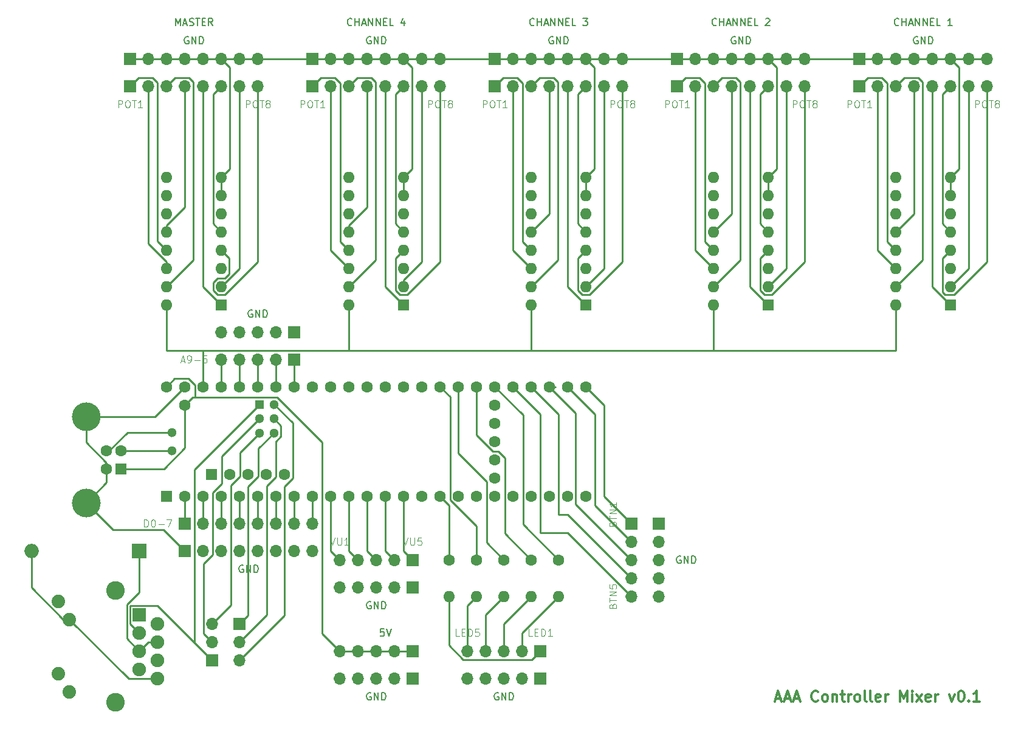
<source format=gbr>
%TF.GenerationSoftware,KiCad,Pcbnew,5.1.8*%
%TF.CreationDate,2020-12-04T02:47:43+00:00*%
%TF.ProjectId,controller_mixer_pcb,636f6e74-726f-46c6-9c65-725f6d697865,rev?*%
%TF.SameCoordinates,Original*%
%TF.FileFunction,Copper,L1,Top*%
%TF.FilePolarity,Positive*%
%FSLAX46Y46*%
G04 Gerber Fmt 4.6, Leading zero omitted, Abs format (unit mm)*
G04 Created by KiCad (PCBNEW 5.1.8) date 2020-12-04 02:47:43*
%MOMM*%
%LPD*%
G01*
G04 APERTURE LIST*
%TA.AperFunction,NonConductor*%
%ADD10C,0.300000*%
%TD*%
%TA.AperFunction,NonConductor*%
%ADD11C,0.100000*%
%TD*%
%TA.AperFunction,NonConductor*%
%ADD12C,0.200000*%
%TD*%
%TA.AperFunction,ComponentPad*%
%ADD13R,1.600000X1.600000*%
%TD*%
%TA.AperFunction,ComponentPad*%
%ADD14O,1.600000X1.600000*%
%TD*%
%TA.AperFunction,ComponentPad*%
%ADD15C,1.600000*%
%TD*%
%TA.AperFunction,ComponentPad*%
%ADD16R,1.300000X1.300000*%
%TD*%
%TA.AperFunction,ComponentPad*%
%ADD17C,1.300000*%
%TD*%
%TA.AperFunction,ComponentPad*%
%ADD18O,1.700000X1.700000*%
%TD*%
%TA.AperFunction,ComponentPad*%
%ADD19R,1.700000X1.700000*%
%TD*%
%TA.AperFunction,ComponentPad*%
%ADD20C,4.000000*%
%TD*%
%TA.AperFunction,ComponentPad*%
%ADD21R,1.900000X1.900000*%
%TD*%
%TA.AperFunction,ComponentPad*%
%ADD22C,1.900000*%
%TD*%
%TA.AperFunction,ComponentPad*%
%ADD23C,1.890000*%
%TD*%
%TA.AperFunction,ComponentPad*%
%ADD24C,2.600000*%
%TD*%
%TA.AperFunction,ComponentPad*%
%ADD25R,2.000000X2.000000*%
%TD*%
%TA.AperFunction,ComponentPad*%
%ADD26O,2.000000X2.000000*%
%TD*%
%TA.AperFunction,Conductor*%
%ADD27C,0.250000*%
%TD*%
G04 APERTURE END LIST*
D10*
X164855714Y-136140000D02*
X165570000Y-136140000D01*
X164712857Y-136568571D02*
X165212857Y-135068571D01*
X165712857Y-136568571D01*
X166141428Y-136140000D02*
X166855714Y-136140000D01*
X165998571Y-136568571D02*
X166498571Y-135068571D01*
X166998571Y-136568571D01*
X167427142Y-136140000D02*
X168141428Y-136140000D01*
X167284285Y-136568571D02*
X167784285Y-135068571D01*
X168284285Y-136568571D01*
X170784285Y-136425714D02*
X170712857Y-136497142D01*
X170498571Y-136568571D01*
X170355714Y-136568571D01*
X170141428Y-136497142D01*
X169998571Y-136354285D01*
X169927142Y-136211428D01*
X169855714Y-135925714D01*
X169855714Y-135711428D01*
X169927142Y-135425714D01*
X169998571Y-135282857D01*
X170141428Y-135140000D01*
X170355714Y-135068571D01*
X170498571Y-135068571D01*
X170712857Y-135140000D01*
X170784285Y-135211428D01*
X171641428Y-136568571D02*
X171498571Y-136497142D01*
X171427142Y-136425714D01*
X171355714Y-136282857D01*
X171355714Y-135854285D01*
X171427142Y-135711428D01*
X171498571Y-135640000D01*
X171641428Y-135568571D01*
X171855714Y-135568571D01*
X171998571Y-135640000D01*
X172070000Y-135711428D01*
X172141428Y-135854285D01*
X172141428Y-136282857D01*
X172070000Y-136425714D01*
X171998571Y-136497142D01*
X171855714Y-136568571D01*
X171641428Y-136568571D01*
X172784285Y-135568571D02*
X172784285Y-136568571D01*
X172784285Y-135711428D02*
X172855714Y-135640000D01*
X172998571Y-135568571D01*
X173212857Y-135568571D01*
X173355714Y-135640000D01*
X173427142Y-135782857D01*
X173427142Y-136568571D01*
X173927142Y-135568571D02*
X174498571Y-135568571D01*
X174141428Y-135068571D02*
X174141428Y-136354285D01*
X174212857Y-136497142D01*
X174355714Y-136568571D01*
X174498571Y-136568571D01*
X174998571Y-136568571D02*
X174998571Y-135568571D01*
X174998571Y-135854285D02*
X175070000Y-135711428D01*
X175141428Y-135640000D01*
X175284285Y-135568571D01*
X175427142Y-135568571D01*
X176141428Y-136568571D02*
X175998571Y-136497142D01*
X175927142Y-136425714D01*
X175855714Y-136282857D01*
X175855714Y-135854285D01*
X175927142Y-135711428D01*
X175998571Y-135640000D01*
X176141428Y-135568571D01*
X176355714Y-135568571D01*
X176498571Y-135640000D01*
X176570000Y-135711428D01*
X176641428Y-135854285D01*
X176641428Y-136282857D01*
X176570000Y-136425714D01*
X176498571Y-136497142D01*
X176355714Y-136568571D01*
X176141428Y-136568571D01*
X177498571Y-136568571D02*
X177355714Y-136497142D01*
X177284285Y-136354285D01*
X177284285Y-135068571D01*
X178284285Y-136568571D02*
X178141428Y-136497142D01*
X178070000Y-136354285D01*
X178070000Y-135068571D01*
X179427142Y-136497142D02*
X179284285Y-136568571D01*
X178998571Y-136568571D01*
X178855714Y-136497142D01*
X178784285Y-136354285D01*
X178784285Y-135782857D01*
X178855714Y-135640000D01*
X178998571Y-135568571D01*
X179284285Y-135568571D01*
X179427142Y-135640000D01*
X179498571Y-135782857D01*
X179498571Y-135925714D01*
X178784285Y-136068571D01*
X180141428Y-136568571D02*
X180141428Y-135568571D01*
X180141428Y-135854285D02*
X180212857Y-135711428D01*
X180284285Y-135640000D01*
X180427142Y-135568571D01*
X180570000Y-135568571D01*
X182212857Y-136568571D02*
X182212857Y-135068571D01*
X182712857Y-136140000D01*
X183212857Y-135068571D01*
X183212857Y-136568571D01*
X183927142Y-136568571D02*
X183927142Y-135568571D01*
X183927142Y-135068571D02*
X183855714Y-135140000D01*
X183927142Y-135211428D01*
X183998571Y-135140000D01*
X183927142Y-135068571D01*
X183927142Y-135211428D01*
X184498571Y-136568571D02*
X185284285Y-135568571D01*
X184498571Y-135568571D02*
X185284285Y-136568571D01*
X186427142Y-136497142D02*
X186284285Y-136568571D01*
X185998571Y-136568571D01*
X185855714Y-136497142D01*
X185784285Y-136354285D01*
X185784285Y-135782857D01*
X185855714Y-135640000D01*
X185998571Y-135568571D01*
X186284285Y-135568571D01*
X186427142Y-135640000D01*
X186498571Y-135782857D01*
X186498571Y-135925714D01*
X185784285Y-136068571D01*
X187141428Y-136568571D02*
X187141428Y-135568571D01*
X187141428Y-135854285D02*
X187212857Y-135711428D01*
X187284285Y-135640000D01*
X187427142Y-135568571D01*
X187570000Y-135568571D01*
X189070000Y-135568571D02*
X189427142Y-136568571D01*
X189784285Y-135568571D01*
X190641428Y-135068571D02*
X190784285Y-135068571D01*
X190927142Y-135140000D01*
X190998571Y-135211428D01*
X191070000Y-135354285D01*
X191141428Y-135640000D01*
X191141428Y-135997142D01*
X191070000Y-136282857D01*
X190998571Y-136425714D01*
X190927142Y-136497142D01*
X190784285Y-136568571D01*
X190641428Y-136568571D01*
X190498571Y-136497142D01*
X190427142Y-136425714D01*
X190355714Y-136282857D01*
X190284285Y-135997142D01*
X190284285Y-135640000D01*
X190355714Y-135354285D01*
X190427142Y-135211428D01*
X190498571Y-135140000D01*
X190641428Y-135068571D01*
X191784285Y-136425714D02*
X191855714Y-136497142D01*
X191784285Y-136568571D01*
X191712857Y-136497142D01*
X191784285Y-136425714D01*
X191784285Y-136568571D01*
X193284285Y-136568571D02*
X192427142Y-136568571D01*
X192855714Y-136568571D02*
X192855714Y-135068571D01*
X192712857Y-135282857D01*
X192570000Y-135425714D01*
X192427142Y-135497142D01*
D11*
X91067142Y-53792380D02*
X91067142Y-52792380D01*
X91448095Y-52792380D01*
X91543333Y-52840000D01*
X91590952Y-52887619D01*
X91638571Y-52982857D01*
X91638571Y-53125714D01*
X91590952Y-53220952D01*
X91543333Y-53268571D01*
X91448095Y-53316190D01*
X91067142Y-53316190D01*
X92257619Y-52792380D02*
X92448095Y-52792380D01*
X92543333Y-52840000D01*
X92638571Y-52935238D01*
X92686190Y-53125714D01*
X92686190Y-53459047D01*
X92638571Y-53649523D01*
X92543333Y-53744761D01*
X92448095Y-53792380D01*
X92257619Y-53792380D01*
X92162380Y-53744761D01*
X92067142Y-53649523D01*
X92019523Y-53459047D01*
X92019523Y-53125714D01*
X92067142Y-52935238D01*
X92162380Y-52840000D01*
X92257619Y-52792380D01*
X92971904Y-52792380D02*
X93543333Y-52792380D01*
X93257619Y-53792380D02*
X93257619Y-52792380D01*
X94019523Y-53220952D02*
X93924285Y-53173333D01*
X93876666Y-53125714D01*
X93829047Y-53030476D01*
X93829047Y-52982857D01*
X93876666Y-52887619D01*
X93924285Y-52840000D01*
X94019523Y-52792380D01*
X94210000Y-52792380D01*
X94305238Y-52840000D01*
X94352857Y-52887619D01*
X94400476Y-52982857D01*
X94400476Y-53030476D01*
X94352857Y-53125714D01*
X94305238Y-53173333D01*
X94210000Y-53220952D01*
X94019523Y-53220952D01*
X93924285Y-53268571D01*
X93876666Y-53316190D01*
X93829047Y-53411428D01*
X93829047Y-53601904D01*
X93876666Y-53697142D01*
X93924285Y-53744761D01*
X94019523Y-53792380D01*
X94210000Y-53792380D01*
X94305238Y-53744761D01*
X94352857Y-53697142D01*
X94400476Y-53601904D01*
X94400476Y-53411428D01*
X94352857Y-53316190D01*
X94305238Y-53268571D01*
X94210000Y-53220952D01*
X116467142Y-53792380D02*
X116467142Y-52792380D01*
X116848095Y-52792380D01*
X116943333Y-52840000D01*
X116990952Y-52887619D01*
X117038571Y-52982857D01*
X117038571Y-53125714D01*
X116990952Y-53220952D01*
X116943333Y-53268571D01*
X116848095Y-53316190D01*
X116467142Y-53316190D01*
X117657619Y-52792380D02*
X117848095Y-52792380D01*
X117943333Y-52840000D01*
X118038571Y-52935238D01*
X118086190Y-53125714D01*
X118086190Y-53459047D01*
X118038571Y-53649523D01*
X117943333Y-53744761D01*
X117848095Y-53792380D01*
X117657619Y-53792380D01*
X117562380Y-53744761D01*
X117467142Y-53649523D01*
X117419523Y-53459047D01*
X117419523Y-53125714D01*
X117467142Y-52935238D01*
X117562380Y-52840000D01*
X117657619Y-52792380D01*
X118371904Y-52792380D02*
X118943333Y-52792380D01*
X118657619Y-53792380D02*
X118657619Y-52792380D01*
X119419523Y-53220952D02*
X119324285Y-53173333D01*
X119276666Y-53125714D01*
X119229047Y-53030476D01*
X119229047Y-52982857D01*
X119276666Y-52887619D01*
X119324285Y-52840000D01*
X119419523Y-52792380D01*
X119610000Y-52792380D01*
X119705238Y-52840000D01*
X119752857Y-52887619D01*
X119800476Y-52982857D01*
X119800476Y-53030476D01*
X119752857Y-53125714D01*
X119705238Y-53173333D01*
X119610000Y-53220952D01*
X119419523Y-53220952D01*
X119324285Y-53268571D01*
X119276666Y-53316190D01*
X119229047Y-53411428D01*
X119229047Y-53601904D01*
X119276666Y-53697142D01*
X119324285Y-53744761D01*
X119419523Y-53792380D01*
X119610000Y-53792380D01*
X119705238Y-53744761D01*
X119752857Y-53697142D01*
X119800476Y-53601904D01*
X119800476Y-53411428D01*
X119752857Y-53316190D01*
X119705238Y-53268571D01*
X119610000Y-53220952D01*
X141867142Y-53792380D02*
X141867142Y-52792380D01*
X142248095Y-52792380D01*
X142343333Y-52840000D01*
X142390952Y-52887619D01*
X142438571Y-52982857D01*
X142438571Y-53125714D01*
X142390952Y-53220952D01*
X142343333Y-53268571D01*
X142248095Y-53316190D01*
X141867142Y-53316190D01*
X143057619Y-52792380D02*
X143248095Y-52792380D01*
X143343333Y-52840000D01*
X143438571Y-52935238D01*
X143486190Y-53125714D01*
X143486190Y-53459047D01*
X143438571Y-53649523D01*
X143343333Y-53744761D01*
X143248095Y-53792380D01*
X143057619Y-53792380D01*
X142962380Y-53744761D01*
X142867142Y-53649523D01*
X142819523Y-53459047D01*
X142819523Y-53125714D01*
X142867142Y-52935238D01*
X142962380Y-52840000D01*
X143057619Y-52792380D01*
X143771904Y-52792380D02*
X144343333Y-52792380D01*
X144057619Y-53792380D02*
X144057619Y-52792380D01*
X144819523Y-53220952D02*
X144724285Y-53173333D01*
X144676666Y-53125714D01*
X144629047Y-53030476D01*
X144629047Y-52982857D01*
X144676666Y-52887619D01*
X144724285Y-52840000D01*
X144819523Y-52792380D01*
X145010000Y-52792380D01*
X145105238Y-52840000D01*
X145152857Y-52887619D01*
X145200476Y-52982857D01*
X145200476Y-53030476D01*
X145152857Y-53125714D01*
X145105238Y-53173333D01*
X145010000Y-53220952D01*
X144819523Y-53220952D01*
X144724285Y-53268571D01*
X144676666Y-53316190D01*
X144629047Y-53411428D01*
X144629047Y-53601904D01*
X144676666Y-53697142D01*
X144724285Y-53744761D01*
X144819523Y-53792380D01*
X145010000Y-53792380D01*
X145105238Y-53744761D01*
X145152857Y-53697142D01*
X145200476Y-53601904D01*
X145200476Y-53411428D01*
X145152857Y-53316190D01*
X145105238Y-53268571D01*
X145010000Y-53220952D01*
X167267142Y-53792380D02*
X167267142Y-52792380D01*
X167648095Y-52792380D01*
X167743333Y-52840000D01*
X167790952Y-52887619D01*
X167838571Y-52982857D01*
X167838571Y-53125714D01*
X167790952Y-53220952D01*
X167743333Y-53268571D01*
X167648095Y-53316190D01*
X167267142Y-53316190D01*
X168457619Y-52792380D02*
X168648095Y-52792380D01*
X168743333Y-52840000D01*
X168838571Y-52935238D01*
X168886190Y-53125714D01*
X168886190Y-53459047D01*
X168838571Y-53649523D01*
X168743333Y-53744761D01*
X168648095Y-53792380D01*
X168457619Y-53792380D01*
X168362380Y-53744761D01*
X168267142Y-53649523D01*
X168219523Y-53459047D01*
X168219523Y-53125714D01*
X168267142Y-52935238D01*
X168362380Y-52840000D01*
X168457619Y-52792380D01*
X169171904Y-52792380D02*
X169743333Y-52792380D01*
X169457619Y-53792380D02*
X169457619Y-52792380D01*
X170219523Y-53220952D02*
X170124285Y-53173333D01*
X170076666Y-53125714D01*
X170029047Y-53030476D01*
X170029047Y-52982857D01*
X170076666Y-52887619D01*
X170124285Y-52840000D01*
X170219523Y-52792380D01*
X170410000Y-52792380D01*
X170505238Y-52840000D01*
X170552857Y-52887619D01*
X170600476Y-52982857D01*
X170600476Y-53030476D01*
X170552857Y-53125714D01*
X170505238Y-53173333D01*
X170410000Y-53220952D01*
X170219523Y-53220952D01*
X170124285Y-53268571D01*
X170076666Y-53316190D01*
X170029047Y-53411428D01*
X170029047Y-53601904D01*
X170076666Y-53697142D01*
X170124285Y-53744761D01*
X170219523Y-53792380D01*
X170410000Y-53792380D01*
X170505238Y-53744761D01*
X170552857Y-53697142D01*
X170600476Y-53601904D01*
X170600476Y-53411428D01*
X170552857Y-53316190D01*
X170505238Y-53268571D01*
X170410000Y-53220952D01*
X192667142Y-53792380D02*
X192667142Y-52792380D01*
X193048095Y-52792380D01*
X193143333Y-52840000D01*
X193190952Y-52887619D01*
X193238571Y-52982857D01*
X193238571Y-53125714D01*
X193190952Y-53220952D01*
X193143333Y-53268571D01*
X193048095Y-53316190D01*
X192667142Y-53316190D01*
X193857619Y-52792380D02*
X194048095Y-52792380D01*
X194143333Y-52840000D01*
X194238571Y-52935238D01*
X194286190Y-53125714D01*
X194286190Y-53459047D01*
X194238571Y-53649523D01*
X194143333Y-53744761D01*
X194048095Y-53792380D01*
X193857619Y-53792380D01*
X193762380Y-53744761D01*
X193667142Y-53649523D01*
X193619523Y-53459047D01*
X193619523Y-53125714D01*
X193667142Y-52935238D01*
X193762380Y-52840000D01*
X193857619Y-52792380D01*
X194571904Y-52792380D02*
X195143333Y-52792380D01*
X194857619Y-53792380D02*
X194857619Y-52792380D01*
X195619523Y-53220952D02*
X195524285Y-53173333D01*
X195476666Y-53125714D01*
X195429047Y-53030476D01*
X195429047Y-52982857D01*
X195476666Y-52887619D01*
X195524285Y-52840000D01*
X195619523Y-52792380D01*
X195810000Y-52792380D01*
X195905238Y-52840000D01*
X195952857Y-52887619D01*
X196000476Y-52982857D01*
X196000476Y-53030476D01*
X195952857Y-53125714D01*
X195905238Y-53173333D01*
X195810000Y-53220952D01*
X195619523Y-53220952D01*
X195524285Y-53268571D01*
X195476666Y-53316190D01*
X195429047Y-53411428D01*
X195429047Y-53601904D01*
X195476666Y-53697142D01*
X195524285Y-53744761D01*
X195619523Y-53792380D01*
X195810000Y-53792380D01*
X195905238Y-53744761D01*
X195952857Y-53697142D01*
X196000476Y-53601904D01*
X196000476Y-53411428D01*
X195952857Y-53316190D01*
X195905238Y-53268571D01*
X195810000Y-53220952D01*
D12*
X81248571Y-42362380D02*
X81248571Y-41362380D01*
X81581904Y-42076666D01*
X81915238Y-41362380D01*
X81915238Y-42362380D01*
X82343809Y-42076666D02*
X82820000Y-42076666D01*
X82248571Y-42362380D02*
X82581904Y-41362380D01*
X82915238Y-42362380D01*
X83200952Y-42314761D02*
X83343809Y-42362380D01*
X83581904Y-42362380D01*
X83677142Y-42314761D01*
X83724761Y-42267142D01*
X83772380Y-42171904D01*
X83772380Y-42076666D01*
X83724761Y-41981428D01*
X83677142Y-41933809D01*
X83581904Y-41886190D01*
X83391428Y-41838571D01*
X83296190Y-41790952D01*
X83248571Y-41743333D01*
X83200952Y-41648095D01*
X83200952Y-41552857D01*
X83248571Y-41457619D01*
X83296190Y-41410000D01*
X83391428Y-41362380D01*
X83629523Y-41362380D01*
X83772380Y-41410000D01*
X84058095Y-41362380D02*
X84629523Y-41362380D01*
X84343809Y-42362380D02*
X84343809Y-41362380D01*
X84962857Y-41838571D02*
X85296190Y-41838571D01*
X85439047Y-42362380D02*
X84962857Y-42362380D01*
X84962857Y-41362380D01*
X85439047Y-41362380D01*
X86439047Y-42362380D02*
X86105714Y-41886190D01*
X85867619Y-42362380D02*
X85867619Y-41362380D01*
X86248571Y-41362380D01*
X86343809Y-41410000D01*
X86391428Y-41457619D01*
X86439047Y-41552857D01*
X86439047Y-41695714D01*
X86391428Y-41790952D01*
X86343809Y-41838571D01*
X86248571Y-41886190D01*
X85867619Y-41886190D01*
X105815238Y-42267142D02*
X105767619Y-42314761D01*
X105624761Y-42362380D01*
X105529523Y-42362380D01*
X105386666Y-42314761D01*
X105291428Y-42219523D01*
X105243809Y-42124285D01*
X105196190Y-41933809D01*
X105196190Y-41790952D01*
X105243809Y-41600476D01*
X105291428Y-41505238D01*
X105386666Y-41410000D01*
X105529523Y-41362380D01*
X105624761Y-41362380D01*
X105767619Y-41410000D01*
X105815238Y-41457619D01*
X106243809Y-42362380D02*
X106243809Y-41362380D01*
X106243809Y-41838571D02*
X106815238Y-41838571D01*
X106815238Y-42362380D02*
X106815238Y-41362380D01*
X107243809Y-42076666D02*
X107720000Y-42076666D01*
X107148571Y-42362380D02*
X107481904Y-41362380D01*
X107815238Y-42362380D01*
X108148571Y-42362380D02*
X108148571Y-41362380D01*
X108720000Y-42362380D01*
X108720000Y-41362380D01*
X109196190Y-42362380D02*
X109196190Y-41362380D01*
X109767619Y-42362380D01*
X109767619Y-41362380D01*
X110243809Y-41838571D02*
X110577142Y-41838571D01*
X110720000Y-42362380D02*
X110243809Y-42362380D01*
X110243809Y-41362380D01*
X110720000Y-41362380D01*
X111624761Y-42362380D02*
X111148571Y-42362380D01*
X111148571Y-41362380D01*
X113148571Y-41695714D02*
X113148571Y-42362380D01*
X112910476Y-41314761D02*
X112672380Y-42029047D01*
X113291428Y-42029047D01*
X131215238Y-42267142D02*
X131167619Y-42314761D01*
X131024761Y-42362380D01*
X130929523Y-42362380D01*
X130786666Y-42314761D01*
X130691428Y-42219523D01*
X130643809Y-42124285D01*
X130596190Y-41933809D01*
X130596190Y-41790952D01*
X130643809Y-41600476D01*
X130691428Y-41505238D01*
X130786666Y-41410000D01*
X130929523Y-41362380D01*
X131024761Y-41362380D01*
X131167619Y-41410000D01*
X131215238Y-41457619D01*
X131643809Y-42362380D02*
X131643809Y-41362380D01*
X131643809Y-41838571D02*
X132215238Y-41838571D01*
X132215238Y-42362380D02*
X132215238Y-41362380D01*
X132643809Y-42076666D02*
X133120000Y-42076666D01*
X132548571Y-42362380D02*
X132881904Y-41362380D01*
X133215238Y-42362380D01*
X133548571Y-42362380D02*
X133548571Y-41362380D01*
X134120000Y-42362380D01*
X134120000Y-41362380D01*
X134596190Y-42362380D02*
X134596190Y-41362380D01*
X135167619Y-42362380D01*
X135167619Y-41362380D01*
X135643809Y-41838571D02*
X135977142Y-41838571D01*
X136120000Y-42362380D02*
X135643809Y-42362380D01*
X135643809Y-41362380D01*
X136120000Y-41362380D01*
X137024761Y-42362380D02*
X136548571Y-42362380D01*
X136548571Y-41362380D01*
X138024761Y-41362380D02*
X138643809Y-41362380D01*
X138310476Y-41743333D01*
X138453333Y-41743333D01*
X138548571Y-41790952D01*
X138596190Y-41838571D01*
X138643809Y-41933809D01*
X138643809Y-42171904D01*
X138596190Y-42267142D01*
X138548571Y-42314761D01*
X138453333Y-42362380D01*
X138167619Y-42362380D01*
X138072380Y-42314761D01*
X138024761Y-42267142D01*
X156615238Y-42267142D02*
X156567619Y-42314761D01*
X156424761Y-42362380D01*
X156329523Y-42362380D01*
X156186666Y-42314761D01*
X156091428Y-42219523D01*
X156043809Y-42124285D01*
X155996190Y-41933809D01*
X155996190Y-41790952D01*
X156043809Y-41600476D01*
X156091428Y-41505238D01*
X156186666Y-41410000D01*
X156329523Y-41362380D01*
X156424761Y-41362380D01*
X156567619Y-41410000D01*
X156615238Y-41457619D01*
X157043809Y-42362380D02*
X157043809Y-41362380D01*
X157043809Y-41838571D02*
X157615238Y-41838571D01*
X157615238Y-42362380D02*
X157615238Y-41362380D01*
X158043809Y-42076666D02*
X158520000Y-42076666D01*
X157948571Y-42362380D02*
X158281904Y-41362380D01*
X158615238Y-42362380D01*
X158948571Y-42362380D02*
X158948571Y-41362380D01*
X159520000Y-42362380D01*
X159520000Y-41362380D01*
X159996190Y-42362380D02*
X159996190Y-41362380D01*
X160567619Y-42362380D01*
X160567619Y-41362380D01*
X161043809Y-41838571D02*
X161377142Y-41838571D01*
X161520000Y-42362380D02*
X161043809Y-42362380D01*
X161043809Y-41362380D01*
X161520000Y-41362380D01*
X162424761Y-42362380D02*
X161948571Y-42362380D01*
X161948571Y-41362380D01*
X163472380Y-41457619D02*
X163520000Y-41410000D01*
X163615238Y-41362380D01*
X163853333Y-41362380D01*
X163948571Y-41410000D01*
X163996190Y-41457619D01*
X164043809Y-41552857D01*
X164043809Y-41648095D01*
X163996190Y-41790952D01*
X163424761Y-42362380D01*
X164043809Y-42362380D01*
X182015238Y-42267142D02*
X181967619Y-42314761D01*
X181824761Y-42362380D01*
X181729523Y-42362380D01*
X181586666Y-42314761D01*
X181491428Y-42219523D01*
X181443809Y-42124285D01*
X181396190Y-41933809D01*
X181396190Y-41790952D01*
X181443809Y-41600476D01*
X181491428Y-41505238D01*
X181586666Y-41410000D01*
X181729523Y-41362380D01*
X181824761Y-41362380D01*
X181967619Y-41410000D01*
X182015238Y-41457619D01*
X182443809Y-42362380D02*
X182443809Y-41362380D01*
X182443809Y-41838571D02*
X183015238Y-41838571D01*
X183015238Y-42362380D02*
X183015238Y-41362380D01*
X183443809Y-42076666D02*
X183920000Y-42076666D01*
X183348571Y-42362380D02*
X183681904Y-41362380D01*
X184015238Y-42362380D01*
X184348571Y-42362380D02*
X184348571Y-41362380D01*
X184920000Y-42362380D01*
X184920000Y-41362380D01*
X185396190Y-42362380D02*
X185396190Y-41362380D01*
X185967619Y-42362380D01*
X185967619Y-41362380D01*
X186443809Y-41838571D02*
X186777142Y-41838571D01*
X186920000Y-42362380D02*
X186443809Y-42362380D01*
X186443809Y-41362380D01*
X186920000Y-41362380D01*
X187824761Y-42362380D02*
X187348571Y-42362380D01*
X187348571Y-41362380D01*
X189443809Y-42362380D02*
X188872380Y-42362380D01*
X189158095Y-42362380D02*
X189158095Y-41362380D01*
X189062857Y-41505238D01*
X188967619Y-41600476D01*
X188872380Y-41648095D01*
D11*
X174887142Y-53792380D02*
X174887142Y-52792380D01*
X175268095Y-52792380D01*
X175363333Y-52840000D01*
X175410952Y-52887619D01*
X175458571Y-52982857D01*
X175458571Y-53125714D01*
X175410952Y-53220952D01*
X175363333Y-53268571D01*
X175268095Y-53316190D01*
X174887142Y-53316190D01*
X176077619Y-52792380D02*
X176268095Y-52792380D01*
X176363333Y-52840000D01*
X176458571Y-52935238D01*
X176506190Y-53125714D01*
X176506190Y-53459047D01*
X176458571Y-53649523D01*
X176363333Y-53744761D01*
X176268095Y-53792380D01*
X176077619Y-53792380D01*
X175982380Y-53744761D01*
X175887142Y-53649523D01*
X175839523Y-53459047D01*
X175839523Y-53125714D01*
X175887142Y-52935238D01*
X175982380Y-52840000D01*
X176077619Y-52792380D01*
X176791904Y-52792380D02*
X177363333Y-52792380D01*
X177077619Y-53792380D02*
X177077619Y-52792380D01*
X178220476Y-53792380D02*
X177649047Y-53792380D01*
X177934761Y-53792380D02*
X177934761Y-52792380D01*
X177839523Y-52935238D01*
X177744285Y-53030476D01*
X177649047Y-53078095D01*
X149487142Y-53792380D02*
X149487142Y-52792380D01*
X149868095Y-52792380D01*
X149963333Y-52840000D01*
X150010952Y-52887619D01*
X150058571Y-52982857D01*
X150058571Y-53125714D01*
X150010952Y-53220952D01*
X149963333Y-53268571D01*
X149868095Y-53316190D01*
X149487142Y-53316190D01*
X150677619Y-52792380D02*
X150868095Y-52792380D01*
X150963333Y-52840000D01*
X151058571Y-52935238D01*
X151106190Y-53125714D01*
X151106190Y-53459047D01*
X151058571Y-53649523D01*
X150963333Y-53744761D01*
X150868095Y-53792380D01*
X150677619Y-53792380D01*
X150582380Y-53744761D01*
X150487142Y-53649523D01*
X150439523Y-53459047D01*
X150439523Y-53125714D01*
X150487142Y-52935238D01*
X150582380Y-52840000D01*
X150677619Y-52792380D01*
X151391904Y-52792380D02*
X151963333Y-52792380D01*
X151677619Y-53792380D02*
X151677619Y-52792380D01*
X152820476Y-53792380D02*
X152249047Y-53792380D01*
X152534761Y-53792380D02*
X152534761Y-52792380D01*
X152439523Y-52935238D01*
X152344285Y-53030476D01*
X152249047Y-53078095D01*
X124087142Y-53792380D02*
X124087142Y-52792380D01*
X124468095Y-52792380D01*
X124563333Y-52840000D01*
X124610952Y-52887619D01*
X124658571Y-52982857D01*
X124658571Y-53125714D01*
X124610952Y-53220952D01*
X124563333Y-53268571D01*
X124468095Y-53316190D01*
X124087142Y-53316190D01*
X125277619Y-52792380D02*
X125468095Y-52792380D01*
X125563333Y-52840000D01*
X125658571Y-52935238D01*
X125706190Y-53125714D01*
X125706190Y-53459047D01*
X125658571Y-53649523D01*
X125563333Y-53744761D01*
X125468095Y-53792380D01*
X125277619Y-53792380D01*
X125182380Y-53744761D01*
X125087142Y-53649523D01*
X125039523Y-53459047D01*
X125039523Y-53125714D01*
X125087142Y-52935238D01*
X125182380Y-52840000D01*
X125277619Y-52792380D01*
X125991904Y-52792380D02*
X126563333Y-52792380D01*
X126277619Y-53792380D02*
X126277619Y-52792380D01*
X127420476Y-53792380D02*
X126849047Y-53792380D01*
X127134761Y-53792380D02*
X127134761Y-52792380D01*
X127039523Y-52935238D01*
X126944285Y-53030476D01*
X126849047Y-53078095D01*
X98687142Y-53792380D02*
X98687142Y-52792380D01*
X99068095Y-52792380D01*
X99163333Y-52840000D01*
X99210952Y-52887619D01*
X99258571Y-52982857D01*
X99258571Y-53125714D01*
X99210952Y-53220952D01*
X99163333Y-53268571D01*
X99068095Y-53316190D01*
X98687142Y-53316190D01*
X99877619Y-52792380D02*
X100068095Y-52792380D01*
X100163333Y-52840000D01*
X100258571Y-52935238D01*
X100306190Y-53125714D01*
X100306190Y-53459047D01*
X100258571Y-53649523D01*
X100163333Y-53744761D01*
X100068095Y-53792380D01*
X99877619Y-53792380D01*
X99782380Y-53744761D01*
X99687142Y-53649523D01*
X99639523Y-53459047D01*
X99639523Y-53125714D01*
X99687142Y-52935238D01*
X99782380Y-52840000D01*
X99877619Y-52792380D01*
X100591904Y-52792380D02*
X101163333Y-52792380D01*
X100877619Y-53792380D02*
X100877619Y-52792380D01*
X102020476Y-53792380D02*
X101449047Y-53792380D01*
X101734761Y-53792380D02*
X101734761Y-52792380D01*
X101639523Y-52935238D01*
X101544285Y-53030476D01*
X101449047Y-53078095D01*
X73287142Y-53792380D02*
X73287142Y-52792380D01*
X73668095Y-52792380D01*
X73763333Y-52840000D01*
X73810952Y-52887619D01*
X73858571Y-52982857D01*
X73858571Y-53125714D01*
X73810952Y-53220952D01*
X73763333Y-53268571D01*
X73668095Y-53316190D01*
X73287142Y-53316190D01*
X74477619Y-52792380D02*
X74668095Y-52792380D01*
X74763333Y-52840000D01*
X74858571Y-52935238D01*
X74906190Y-53125714D01*
X74906190Y-53459047D01*
X74858571Y-53649523D01*
X74763333Y-53744761D01*
X74668095Y-53792380D01*
X74477619Y-53792380D01*
X74382380Y-53744761D01*
X74287142Y-53649523D01*
X74239523Y-53459047D01*
X74239523Y-53125714D01*
X74287142Y-52935238D01*
X74382380Y-52840000D01*
X74477619Y-52792380D01*
X75191904Y-52792380D02*
X75763333Y-52792380D01*
X75477619Y-53792380D02*
X75477619Y-52792380D01*
X76620476Y-53792380D02*
X76049047Y-53792380D01*
X76334761Y-53792380D02*
X76334761Y-52792380D01*
X76239523Y-52935238D01*
X76144285Y-53030476D01*
X76049047Y-53078095D01*
X82010476Y-89066666D02*
X82486666Y-89066666D01*
X81915238Y-89352380D02*
X82248571Y-88352380D01*
X82581904Y-89352380D01*
X82962857Y-89352380D02*
X83153333Y-89352380D01*
X83248571Y-89304761D01*
X83296190Y-89257142D01*
X83391428Y-89114285D01*
X83439047Y-88923809D01*
X83439047Y-88542857D01*
X83391428Y-88447619D01*
X83343809Y-88400000D01*
X83248571Y-88352380D01*
X83058095Y-88352380D01*
X82962857Y-88400000D01*
X82915238Y-88447619D01*
X82867619Y-88542857D01*
X82867619Y-88780952D01*
X82915238Y-88876190D01*
X82962857Y-88923809D01*
X83058095Y-88971428D01*
X83248571Y-88971428D01*
X83343809Y-88923809D01*
X83391428Y-88876190D01*
X83439047Y-88780952D01*
X83867619Y-88971428D02*
X84629523Y-88971428D01*
X85581904Y-88352380D02*
X85105714Y-88352380D01*
X85058095Y-88828571D01*
X85105714Y-88780952D01*
X85200952Y-88733333D01*
X85439047Y-88733333D01*
X85534285Y-88780952D01*
X85581904Y-88828571D01*
X85629523Y-88923809D01*
X85629523Y-89161904D01*
X85581904Y-89257142D01*
X85534285Y-89304761D01*
X85439047Y-89352380D01*
X85200952Y-89352380D01*
X85105714Y-89304761D01*
X85058095Y-89257142D01*
X76906666Y-112212380D02*
X76906666Y-111212380D01*
X77144761Y-111212380D01*
X77287619Y-111260000D01*
X77382857Y-111355238D01*
X77430476Y-111450476D01*
X77478095Y-111640952D01*
X77478095Y-111783809D01*
X77430476Y-111974285D01*
X77382857Y-112069523D01*
X77287619Y-112164761D01*
X77144761Y-112212380D01*
X76906666Y-112212380D01*
X78097142Y-111212380D02*
X78192380Y-111212380D01*
X78287619Y-111260000D01*
X78335238Y-111307619D01*
X78382857Y-111402857D01*
X78430476Y-111593333D01*
X78430476Y-111831428D01*
X78382857Y-112021904D01*
X78335238Y-112117142D01*
X78287619Y-112164761D01*
X78192380Y-112212380D01*
X78097142Y-112212380D01*
X78001904Y-112164761D01*
X77954285Y-112117142D01*
X77906666Y-112021904D01*
X77859047Y-111831428D01*
X77859047Y-111593333D01*
X77906666Y-111402857D01*
X77954285Y-111307619D01*
X78001904Y-111260000D01*
X78097142Y-111212380D01*
X78859047Y-111831428D02*
X79620952Y-111831428D01*
X80001904Y-111212380D02*
X80668571Y-111212380D01*
X80240000Y-112212380D01*
X102806666Y-113752380D02*
X103140000Y-114752380D01*
X103473333Y-113752380D01*
X103806666Y-113752380D02*
X103806666Y-114561904D01*
X103854285Y-114657142D01*
X103901904Y-114704761D01*
X103997142Y-114752380D01*
X104187619Y-114752380D01*
X104282857Y-114704761D01*
X104330476Y-114657142D01*
X104378095Y-114561904D01*
X104378095Y-113752380D01*
X105378095Y-114752380D02*
X104806666Y-114752380D01*
X105092380Y-114752380D02*
X105092380Y-113752380D01*
X104997142Y-113895238D01*
X104901904Y-113990476D01*
X104806666Y-114038095D01*
X112966666Y-113752380D02*
X113300000Y-114752380D01*
X113633333Y-113752380D01*
X113966666Y-113752380D02*
X113966666Y-114561904D01*
X114014285Y-114657142D01*
X114061904Y-114704761D01*
X114157142Y-114752380D01*
X114347619Y-114752380D01*
X114442857Y-114704761D01*
X114490476Y-114657142D01*
X114538095Y-114561904D01*
X114538095Y-113752380D01*
X115490476Y-113752380D02*
X115014285Y-113752380D01*
X114966666Y-114228571D01*
X115014285Y-114180952D01*
X115109523Y-114133333D01*
X115347619Y-114133333D01*
X115442857Y-114180952D01*
X115490476Y-114228571D01*
X115538095Y-114323809D01*
X115538095Y-114561904D01*
X115490476Y-114657142D01*
X115442857Y-114704761D01*
X115347619Y-114752380D01*
X115109523Y-114752380D01*
X115014285Y-114704761D01*
X114966666Y-114657142D01*
X142168571Y-123229523D02*
X142216190Y-123086666D01*
X142263809Y-123039047D01*
X142359047Y-122991428D01*
X142501904Y-122991428D01*
X142597142Y-123039047D01*
X142644761Y-123086666D01*
X142692380Y-123181904D01*
X142692380Y-123562857D01*
X141692380Y-123562857D01*
X141692380Y-123229523D01*
X141740000Y-123134285D01*
X141787619Y-123086666D01*
X141882857Y-123039047D01*
X141978095Y-123039047D01*
X142073333Y-123086666D01*
X142120952Y-123134285D01*
X142168571Y-123229523D01*
X142168571Y-123562857D01*
X141692380Y-122705714D02*
X141692380Y-122134285D01*
X142692380Y-122420000D02*
X141692380Y-122420000D01*
X142692380Y-121800952D02*
X141692380Y-121800952D01*
X142692380Y-121229523D01*
X141692380Y-121229523D01*
X141692380Y-120277142D02*
X141692380Y-120753333D01*
X142168571Y-120800952D01*
X142120952Y-120753333D01*
X142073333Y-120658095D01*
X142073333Y-120420000D01*
X142120952Y-120324761D01*
X142168571Y-120277142D01*
X142263809Y-120229523D01*
X142501904Y-120229523D01*
X142597142Y-120277142D01*
X142644761Y-120324761D01*
X142692380Y-120420000D01*
X142692380Y-120658095D01*
X142644761Y-120753333D01*
X142597142Y-120800952D01*
X142168571Y-111799523D02*
X142216190Y-111656666D01*
X142263809Y-111609047D01*
X142359047Y-111561428D01*
X142501904Y-111561428D01*
X142597142Y-111609047D01*
X142644761Y-111656666D01*
X142692380Y-111751904D01*
X142692380Y-112132857D01*
X141692380Y-112132857D01*
X141692380Y-111799523D01*
X141740000Y-111704285D01*
X141787619Y-111656666D01*
X141882857Y-111609047D01*
X141978095Y-111609047D01*
X142073333Y-111656666D01*
X142120952Y-111704285D01*
X142168571Y-111799523D01*
X142168571Y-112132857D01*
X141692380Y-111275714D02*
X141692380Y-110704285D01*
X142692380Y-110990000D02*
X141692380Y-110990000D01*
X142692380Y-110370952D02*
X141692380Y-110370952D01*
X142692380Y-109799523D01*
X141692380Y-109799523D01*
X142692380Y-108799523D02*
X142692380Y-109370952D01*
X142692380Y-109085238D02*
X141692380Y-109085238D01*
X141835238Y-109180476D01*
X141930476Y-109275714D01*
X141978095Y-109370952D01*
X120800952Y-127452380D02*
X120324761Y-127452380D01*
X120324761Y-126452380D01*
X121134285Y-126928571D02*
X121467619Y-126928571D01*
X121610476Y-127452380D02*
X121134285Y-127452380D01*
X121134285Y-126452380D01*
X121610476Y-126452380D01*
X122039047Y-127452380D02*
X122039047Y-126452380D01*
X122277142Y-126452380D01*
X122420000Y-126500000D01*
X122515238Y-126595238D01*
X122562857Y-126690476D01*
X122610476Y-126880952D01*
X122610476Y-127023809D01*
X122562857Y-127214285D01*
X122515238Y-127309523D01*
X122420000Y-127404761D01*
X122277142Y-127452380D01*
X122039047Y-127452380D01*
X123515238Y-126452380D02*
X123039047Y-126452380D01*
X122991428Y-126928571D01*
X123039047Y-126880952D01*
X123134285Y-126833333D01*
X123372380Y-126833333D01*
X123467619Y-126880952D01*
X123515238Y-126928571D01*
X123562857Y-127023809D01*
X123562857Y-127261904D01*
X123515238Y-127357142D01*
X123467619Y-127404761D01*
X123372380Y-127452380D01*
X123134285Y-127452380D01*
X123039047Y-127404761D01*
X122991428Y-127357142D01*
X130960952Y-127452380D02*
X130484761Y-127452380D01*
X130484761Y-126452380D01*
X131294285Y-126928571D02*
X131627619Y-126928571D01*
X131770476Y-127452380D02*
X131294285Y-127452380D01*
X131294285Y-126452380D01*
X131770476Y-126452380D01*
X132199047Y-127452380D02*
X132199047Y-126452380D01*
X132437142Y-126452380D01*
X132580000Y-126500000D01*
X132675238Y-126595238D01*
X132722857Y-126690476D01*
X132770476Y-126880952D01*
X132770476Y-127023809D01*
X132722857Y-127214285D01*
X132675238Y-127309523D01*
X132580000Y-127404761D01*
X132437142Y-127452380D01*
X132199047Y-127452380D01*
X133722857Y-127452380D02*
X133151428Y-127452380D01*
X133437142Y-127452380D02*
X133437142Y-126452380D01*
X133341904Y-126595238D01*
X133246666Y-126690476D01*
X133151428Y-126738095D01*
D12*
X110299523Y-126452380D02*
X109823333Y-126452380D01*
X109775714Y-126928571D01*
X109823333Y-126880952D01*
X109918571Y-126833333D01*
X110156666Y-126833333D01*
X110251904Y-126880952D01*
X110299523Y-126928571D01*
X110347142Y-127023809D01*
X110347142Y-127261904D01*
X110299523Y-127357142D01*
X110251904Y-127404761D01*
X110156666Y-127452380D01*
X109918571Y-127452380D01*
X109823333Y-127404761D01*
X109775714Y-127357142D01*
X110632857Y-126452380D02*
X110966190Y-127452380D01*
X111299523Y-126452380D01*
X184658095Y-43950000D02*
X184562857Y-43902380D01*
X184420000Y-43902380D01*
X184277142Y-43950000D01*
X184181904Y-44045238D01*
X184134285Y-44140476D01*
X184086666Y-44330952D01*
X184086666Y-44473809D01*
X184134285Y-44664285D01*
X184181904Y-44759523D01*
X184277142Y-44854761D01*
X184420000Y-44902380D01*
X184515238Y-44902380D01*
X184658095Y-44854761D01*
X184705714Y-44807142D01*
X184705714Y-44473809D01*
X184515238Y-44473809D01*
X185134285Y-44902380D02*
X185134285Y-43902380D01*
X185705714Y-44902380D01*
X185705714Y-43902380D01*
X186181904Y-44902380D02*
X186181904Y-43902380D01*
X186420000Y-43902380D01*
X186562857Y-43950000D01*
X186658095Y-44045238D01*
X186705714Y-44140476D01*
X186753333Y-44330952D01*
X186753333Y-44473809D01*
X186705714Y-44664285D01*
X186658095Y-44759523D01*
X186562857Y-44854761D01*
X186420000Y-44902380D01*
X186181904Y-44902380D01*
X159258095Y-43950000D02*
X159162857Y-43902380D01*
X159020000Y-43902380D01*
X158877142Y-43950000D01*
X158781904Y-44045238D01*
X158734285Y-44140476D01*
X158686666Y-44330952D01*
X158686666Y-44473809D01*
X158734285Y-44664285D01*
X158781904Y-44759523D01*
X158877142Y-44854761D01*
X159020000Y-44902380D01*
X159115238Y-44902380D01*
X159258095Y-44854761D01*
X159305714Y-44807142D01*
X159305714Y-44473809D01*
X159115238Y-44473809D01*
X159734285Y-44902380D02*
X159734285Y-43902380D01*
X160305714Y-44902380D01*
X160305714Y-43902380D01*
X160781904Y-44902380D02*
X160781904Y-43902380D01*
X161020000Y-43902380D01*
X161162857Y-43950000D01*
X161258095Y-44045238D01*
X161305714Y-44140476D01*
X161353333Y-44330952D01*
X161353333Y-44473809D01*
X161305714Y-44664285D01*
X161258095Y-44759523D01*
X161162857Y-44854761D01*
X161020000Y-44902380D01*
X160781904Y-44902380D01*
X133858095Y-43950000D02*
X133762857Y-43902380D01*
X133620000Y-43902380D01*
X133477142Y-43950000D01*
X133381904Y-44045238D01*
X133334285Y-44140476D01*
X133286666Y-44330952D01*
X133286666Y-44473809D01*
X133334285Y-44664285D01*
X133381904Y-44759523D01*
X133477142Y-44854761D01*
X133620000Y-44902380D01*
X133715238Y-44902380D01*
X133858095Y-44854761D01*
X133905714Y-44807142D01*
X133905714Y-44473809D01*
X133715238Y-44473809D01*
X134334285Y-44902380D02*
X134334285Y-43902380D01*
X134905714Y-44902380D01*
X134905714Y-43902380D01*
X135381904Y-44902380D02*
X135381904Y-43902380D01*
X135620000Y-43902380D01*
X135762857Y-43950000D01*
X135858095Y-44045238D01*
X135905714Y-44140476D01*
X135953333Y-44330952D01*
X135953333Y-44473809D01*
X135905714Y-44664285D01*
X135858095Y-44759523D01*
X135762857Y-44854761D01*
X135620000Y-44902380D01*
X135381904Y-44902380D01*
X108458095Y-43950000D02*
X108362857Y-43902380D01*
X108220000Y-43902380D01*
X108077142Y-43950000D01*
X107981904Y-44045238D01*
X107934285Y-44140476D01*
X107886666Y-44330952D01*
X107886666Y-44473809D01*
X107934285Y-44664285D01*
X107981904Y-44759523D01*
X108077142Y-44854761D01*
X108220000Y-44902380D01*
X108315238Y-44902380D01*
X108458095Y-44854761D01*
X108505714Y-44807142D01*
X108505714Y-44473809D01*
X108315238Y-44473809D01*
X108934285Y-44902380D02*
X108934285Y-43902380D01*
X109505714Y-44902380D01*
X109505714Y-43902380D01*
X109981904Y-44902380D02*
X109981904Y-43902380D01*
X110220000Y-43902380D01*
X110362857Y-43950000D01*
X110458095Y-44045238D01*
X110505714Y-44140476D01*
X110553333Y-44330952D01*
X110553333Y-44473809D01*
X110505714Y-44664285D01*
X110458095Y-44759523D01*
X110362857Y-44854761D01*
X110220000Y-44902380D01*
X109981904Y-44902380D01*
X83058095Y-43950000D02*
X82962857Y-43902380D01*
X82820000Y-43902380D01*
X82677142Y-43950000D01*
X82581904Y-44045238D01*
X82534285Y-44140476D01*
X82486666Y-44330952D01*
X82486666Y-44473809D01*
X82534285Y-44664285D01*
X82581904Y-44759523D01*
X82677142Y-44854761D01*
X82820000Y-44902380D01*
X82915238Y-44902380D01*
X83058095Y-44854761D01*
X83105714Y-44807142D01*
X83105714Y-44473809D01*
X82915238Y-44473809D01*
X83534285Y-44902380D02*
X83534285Y-43902380D01*
X84105714Y-44902380D01*
X84105714Y-43902380D01*
X84581904Y-44902380D02*
X84581904Y-43902380D01*
X84820000Y-43902380D01*
X84962857Y-43950000D01*
X85058095Y-44045238D01*
X85105714Y-44140476D01*
X85153333Y-44330952D01*
X85153333Y-44473809D01*
X85105714Y-44664285D01*
X85058095Y-44759523D01*
X84962857Y-44854761D01*
X84820000Y-44902380D01*
X84581904Y-44902380D01*
X91948095Y-82050000D02*
X91852857Y-82002380D01*
X91710000Y-82002380D01*
X91567142Y-82050000D01*
X91471904Y-82145238D01*
X91424285Y-82240476D01*
X91376666Y-82430952D01*
X91376666Y-82573809D01*
X91424285Y-82764285D01*
X91471904Y-82859523D01*
X91567142Y-82954761D01*
X91710000Y-83002380D01*
X91805238Y-83002380D01*
X91948095Y-82954761D01*
X91995714Y-82907142D01*
X91995714Y-82573809D01*
X91805238Y-82573809D01*
X92424285Y-83002380D02*
X92424285Y-82002380D01*
X92995714Y-83002380D01*
X92995714Y-82002380D01*
X93471904Y-83002380D02*
X93471904Y-82002380D01*
X93710000Y-82002380D01*
X93852857Y-82050000D01*
X93948095Y-82145238D01*
X93995714Y-82240476D01*
X94043333Y-82430952D01*
X94043333Y-82573809D01*
X93995714Y-82764285D01*
X93948095Y-82859523D01*
X93852857Y-82954761D01*
X93710000Y-83002380D01*
X93471904Y-83002380D01*
X90678095Y-117610000D02*
X90582857Y-117562380D01*
X90440000Y-117562380D01*
X90297142Y-117610000D01*
X90201904Y-117705238D01*
X90154285Y-117800476D01*
X90106666Y-117990952D01*
X90106666Y-118133809D01*
X90154285Y-118324285D01*
X90201904Y-118419523D01*
X90297142Y-118514761D01*
X90440000Y-118562380D01*
X90535238Y-118562380D01*
X90678095Y-118514761D01*
X90725714Y-118467142D01*
X90725714Y-118133809D01*
X90535238Y-118133809D01*
X91154285Y-118562380D02*
X91154285Y-117562380D01*
X91725714Y-118562380D01*
X91725714Y-117562380D01*
X92201904Y-118562380D02*
X92201904Y-117562380D01*
X92440000Y-117562380D01*
X92582857Y-117610000D01*
X92678095Y-117705238D01*
X92725714Y-117800476D01*
X92773333Y-117990952D01*
X92773333Y-118133809D01*
X92725714Y-118324285D01*
X92678095Y-118419523D01*
X92582857Y-118514761D01*
X92440000Y-118562380D01*
X92201904Y-118562380D01*
X108458095Y-122690000D02*
X108362857Y-122642380D01*
X108220000Y-122642380D01*
X108077142Y-122690000D01*
X107981904Y-122785238D01*
X107934285Y-122880476D01*
X107886666Y-123070952D01*
X107886666Y-123213809D01*
X107934285Y-123404285D01*
X107981904Y-123499523D01*
X108077142Y-123594761D01*
X108220000Y-123642380D01*
X108315238Y-123642380D01*
X108458095Y-123594761D01*
X108505714Y-123547142D01*
X108505714Y-123213809D01*
X108315238Y-123213809D01*
X108934285Y-123642380D02*
X108934285Y-122642380D01*
X109505714Y-123642380D01*
X109505714Y-122642380D01*
X109981904Y-123642380D02*
X109981904Y-122642380D01*
X110220000Y-122642380D01*
X110362857Y-122690000D01*
X110458095Y-122785238D01*
X110505714Y-122880476D01*
X110553333Y-123070952D01*
X110553333Y-123213809D01*
X110505714Y-123404285D01*
X110458095Y-123499523D01*
X110362857Y-123594761D01*
X110220000Y-123642380D01*
X109981904Y-123642380D01*
X108458095Y-135390000D02*
X108362857Y-135342380D01*
X108220000Y-135342380D01*
X108077142Y-135390000D01*
X107981904Y-135485238D01*
X107934285Y-135580476D01*
X107886666Y-135770952D01*
X107886666Y-135913809D01*
X107934285Y-136104285D01*
X107981904Y-136199523D01*
X108077142Y-136294761D01*
X108220000Y-136342380D01*
X108315238Y-136342380D01*
X108458095Y-136294761D01*
X108505714Y-136247142D01*
X108505714Y-135913809D01*
X108315238Y-135913809D01*
X108934285Y-136342380D02*
X108934285Y-135342380D01*
X109505714Y-136342380D01*
X109505714Y-135342380D01*
X109981904Y-136342380D02*
X109981904Y-135342380D01*
X110220000Y-135342380D01*
X110362857Y-135390000D01*
X110458095Y-135485238D01*
X110505714Y-135580476D01*
X110553333Y-135770952D01*
X110553333Y-135913809D01*
X110505714Y-136104285D01*
X110458095Y-136199523D01*
X110362857Y-136294761D01*
X110220000Y-136342380D01*
X109981904Y-136342380D01*
X126238095Y-135390000D02*
X126142857Y-135342380D01*
X126000000Y-135342380D01*
X125857142Y-135390000D01*
X125761904Y-135485238D01*
X125714285Y-135580476D01*
X125666666Y-135770952D01*
X125666666Y-135913809D01*
X125714285Y-136104285D01*
X125761904Y-136199523D01*
X125857142Y-136294761D01*
X126000000Y-136342380D01*
X126095238Y-136342380D01*
X126238095Y-136294761D01*
X126285714Y-136247142D01*
X126285714Y-135913809D01*
X126095238Y-135913809D01*
X126714285Y-136342380D02*
X126714285Y-135342380D01*
X127285714Y-136342380D01*
X127285714Y-135342380D01*
X127761904Y-136342380D02*
X127761904Y-135342380D01*
X128000000Y-135342380D01*
X128142857Y-135390000D01*
X128238095Y-135485238D01*
X128285714Y-135580476D01*
X128333333Y-135770952D01*
X128333333Y-135913809D01*
X128285714Y-136104285D01*
X128238095Y-136199523D01*
X128142857Y-136294761D01*
X128000000Y-136342380D01*
X127761904Y-136342380D01*
X151638095Y-116340000D02*
X151542857Y-116292380D01*
X151400000Y-116292380D01*
X151257142Y-116340000D01*
X151161904Y-116435238D01*
X151114285Y-116530476D01*
X151066666Y-116720952D01*
X151066666Y-116863809D01*
X151114285Y-117054285D01*
X151161904Y-117149523D01*
X151257142Y-117244761D01*
X151400000Y-117292380D01*
X151495238Y-117292380D01*
X151638095Y-117244761D01*
X151685714Y-117197142D01*
X151685714Y-116863809D01*
X151495238Y-116863809D01*
X152114285Y-117292380D02*
X152114285Y-116292380D01*
X152685714Y-117292380D01*
X152685714Y-116292380D01*
X153161904Y-117292380D02*
X153161904Y-116292380D01*
X153400000Y-116292380D01*
X153542857Y-116340000D01*
X153638095Y-116435238D01*
X153685714Y-116530476D01*
X153733333Y-116720952D01*
X153733333Y-116863809D01*
X153685714Y-117054285D01*
X153638095Y-117149523D01*
X153542857Y-117244761D01*
X153400000Y-117292380D01*
X153161904Y-117292380D01*
D13*
%TO.P,MP2,1*%
%TO.N,Net-(J3-Pad5)*%
X163830000Y-81280000D03*
D14*
%TO.P,MP2,9*%
%TO.N,Net-(MP1-Pad9)*%
X156210000Y-63500000D03*
%TO.P,MP2,2*%
%TO.N,Net-(J3-Pad7)*%
X163830000Y-78740000D03*
%TO.P,MP2,10*%
%TO.N,Net-(MP1-Pad10)*%
X156210000Y-66040000D03*
%TO.P,MP2,3*%
%TO.N,Net-(MP2-Pad3)*%
X163830000Y-76200000D03*
%TO.P,MP2,11*%
%TO.N,Net-(MP1-Pad11)*%
X156210000Y-68580000D03*
%TO.P,MP2,4*%
%TO.N,Net-(J3-Pad8)*%
X163830000Y-73660000D03*
%TO.P,MP2,12*%
%TO.N,Net-(J3-Pad4)*%
X156210000Y-71120000D03*
%TO.P,MP2,5*%
%TO.N,Net-(J3-Pad6)*%
X163830000Y-71120000D03*
%TO.P,MP2,13*%
%TO.N,Net-(J3-Pad1)*%
X156210000Y-73660000D03*
%TO.P,MP2,6*%
%TO.N,Net-(MP2-Pad6)*%
X163830000Y-68580000D03*
%TO.P,MP2,14*%
%TO.N,Net-(J3-Pad2)*%
X156210000Y-76200000D03*
%TO.P,MP2,7*%
%TO.N,Net-(J1-Pad1)*%
X163830000Y-66040000D03*
%TO.P,MP2,15*%
%TO.N,Net-(J3-Pad3)*%
X156210000Y-78740000D03*
%TO.P,MP2,8*%
%TO.N,Net-(J1-Pad1)*%
X163830000Y-63500000D03*
%TO.P,MP2,16*%
%TO.N,Net-(MP1-Pad16)*%
X156210000Y-81280000D03*
%TD*%
%TO.P,MP1,16*%
%TO.N,Net-(MP1-Pad16)*%
X181610000Y-81280000D03*
%TO.P,MP1,8*%
%TO.N,Net-(J1-Pad1)*%
X189230000Y-63500000D03*
%TO.P,MP1,15*%
%TO.N,Net-(J4-Pad3)*%
X181610000Y-78740000D03*
%TO.P,MP1,7*%
%TO.N,Net-(J1-Pad1)*%
X189230000Y-66040000D03*
%TO.P,MP1,14*%
%TO.N,Net-(J4-Pad2)*%
X181610000Y-76200000D03*
%TO.P,MP1,6*%
%TO.N,Net-(MP1-Pad6)*%
X189230000Y-68580000D03*
%TO.P,MP1,13*%
%TO.N,Net-(J4-Pad1)*%
X181610000Y-73660000D03*
%TO.P,MP1,5*%
%TO.N,Net-(J4-Pad6)*%
X189230000Y-71120000D03*
%TO.P,MP1,12*%
%TO.N,Net-(J4-Pad4)*%
X181610000Y-71120000D03*
%TO.P,MP1,4*%
%TO.N,Net-(J4-Pad8)*%
X189230000Y-73660000D03*
%TO.P,MP1,11*%
%TO.N,Net-(MP1-Pad11)*%
X181610000Y-68580000D03*
%TO.P,MP1,3*%
%TO.N,Net-(MP1-Pad3)*%
X189230000Y-76200000D03*
%TO.P,MP1,10*%
%TO.N,Net-(MP1-Pad10)*%
X181610000Y-66040000D03*
%TO.P,MP1,2*%
%TO.N,Net-(J4-Pad7)*%
X189230000Y-78740000D03*
%TO.P,MP1,9*%
%TO.N,Net-(MP1-Pad9)*%
X181610000Y-63500000D03*
D13*
%TO.P,MP1,1*%
%TO.N,Net-(J4-Pad5)*%
X189230000Y-81280000D03*
%TD*%
%TO.P,MP4,1*%
%TO.N,Net-(J9-Pad5)*%
X113030000Y-81280000D03*
D14*
%TO.P,MP4,9*%
%TO.N,Net-(MP1-Pad9)*%
X105410000Y-63500000D03*
%TO.P,MP4,2*%
%TO.N,Net-(J9-Pad7)*%
X113030000Y-78740000D03*
%TO.P,MP4,10*%
%TO.N,Net-(MP1-Pad10)*%
X105410000Y-66040000D03*
%TO.P,MP4,3*%
%TO.N,Net-(MP4-Pad3)*%
X113030000Y-76200000D03*
%TO.P,MP4,11*%
%TO.N,Net-(MP1-Pad11)*%
X105410000Y-68580000D03*
%TO.P,MP4,4*%
%TO.N,Net-(J9-Pad8)*%
X113030000Y-73660000D03*
%TO.P,MP4,12*%
%TO.N,Net-(J9-Pad4)*%
X105410000Y-71120000D03*
%TO.P,MP4,5*%
%TO.N,Net-(J9-Pad6)*%
X113030000Y-71120000D03*
%TO.P,MP4,13*%
%TO.N,Net-(J9-Pad1)*%
X105410000Y-73660000D03*
%TO.P,MP4,6*%
%TO.N,Net-(MP4-Pad6)*%
X113030000Y-68580000D03*
%TO.P,MP4,14*%
%TO.N,Net-(J9-Pad2)*%
X105410000Y-76200000D03*
%TO.P,MP4,7*%
%TO.N,Net-(J1-Pad1)*%
X113030000Y-66040000D03*
%TO.P,MP4,15*%
%TO.N,Net-(J9-Pad3)*%
X105410000Y-78740000D03*
%TO.P,MP4,8*%
%TO.N,Net-(J1-Pad1)*%
X113030000Y-63500000D03*
%TO.P,MP4,16*%
%TO.N,Net-(MP1-Pad16)*%
X105410000Y-81280000D03*
%TD*%
%TO.P,MP3,16*%
%TO.N,Net-(MP1-Pad16)*%
X130810000Y-81280000D03*
%TO.P,MP3,8*%
%TO.N,Net-(J1-Pad1)*%
X138430000Y-63500000D03*
%TO.P,MP3,15*%
%TO.N,Net-(J10-Pad3)*%
X130810000Y-78740000D03*
%TO.P,MP3,7*%
%TO.N,Net-(J1-Pad1)*%
X138430000Y-66040000D03*
%TO.P,MP3,14*%
%TO.N,Net-(J10-Pad2)*%
X130810000Y-76200000D03*
%TO.P,MP3,6*%
%TO.N,Net-(MP3-Pad6)*%
X138430000Y-68580000D03*
%TO.P,MP3,13*%
%TO.N,Net-(J10-Pad1)*%
X130810000Y-73660000D03*
%TO.P,MP3,5*%
%TO.N,Net-(J10-Pad6)*%
X138430000Y-71120000D03*
%TO.P,MP3,12*%
%TO.N,Net-(J10-Pad4)*%
X130810000Y-71120000D03*
%TO.P,MP3,4*%
%TO.N,Net-(J10-Pad8)*%
X138430000Y-73660000D03*
%TO.P,MP3,11*%
%TO.N,Net-(MP1-Pad11)*%
X130810000Y-68580000D03*
%TO.P,MP3,3*%
%TO.N,Net-(MP3-Pad3)*%
X138430000Y-76200000D03*
%TO.P,MP3,10*%
%TO.N,Net-(MP1-Pad10)*%
X130810000Y-66040000D03*
%TO.P,MP3,2*%
%TO.N,Net-(J10-Pad7)*%
X138430000Y-78740000D03*
%TO.P,MP3,9*%
%TO.N,Net-(MP1-Pad9)*%
X130810000Y-63500000D03*
D13*
%TO.P,MP3,1*%
%TO.N,Net-(J10-Pad5)*%
X138430000Y-81280000D03*
%TD*%
%TO.P,MP5,1*%
%TO.N,Net-(J20-Pad5)*%
X87630000Y-81280000D03*
D14*
%TO.P,MP5,9*%
%TO.N,Net-(MP1-Pad9)*%
X80010000Y-63500000D03*
%TO.P,MP5,2*%
%TO.N,Net-(J20-Pad7)*%
X87630000Y-78740000D03*
%TO.P,MP5,10*%
%TO.N,Net-(MP1-Pad10)*%
X80010000Y-66040000D03*
%TO.P,MP5,3*%
%TO.N,Net-(MP5-Pad3)*%
X87630000Y-76200000D03*
%TO.P,MP5,11*%
%TO.N,Net-(MP1-Pad11)*%
X80010000Y-68580000D03*
%TO.P,MP5,4*%
%TO.N,Net-(J20-Pad8)*%
X87630000Y-73660000D03*
%TO.P,MP5,12*%
%TO.N,Net-(J20-Pad4)*%
X80010000Y-71120000D03*
%TO.P,MP5,5*%
%TO.N,Net-(J20-Pad6)*%
X87630000Y-71120000D03*
%TO.P,MP5,13*%
%TO.N,Net-(J20-Pad1)*%
X80010000Y-73660000D03*
%TO.P,MP5,6*%
%TO.N,Net-(MP5-Pad6)*%
X87630000Y-68580000D03*
%TO.P,MP5,14*%
%TO.N,Net-(J20-Pad2)*%
X80010000Y-76200000D03*
%TO.P,MP5,7*%
%TO.N,Net-(J1-Pad1)*%
X87630000Y-66040000D03*
%TO.P,MP5,15*%
%TO.N,Net-(J20-Pad3)*%
X80010000Y-78740000D03*
%TO.P,MP5,8*%
%TO.N,Net-(J1-Pad1)*%
X87630000Y-63500000D03*
%TO.P,MP5,16*%
%TO.N,Net-(MP1-Pad16)*%
X80010000Y-81280000D03*
%TD*%
D15*
%TO.P,U3,49*%
%TO.N,Net-(J11-Pad1)*%
X82550000Y-95250000D03*
%TO.P,U3,59*%
%TO.N,Net-(U3-Pad59)*%
X96469200Y-104899200D03*
%TO.P,U3,58*%
%TO.N,Net-(U3-Pad58)*%
X93929200Y-104899200D03*
%TO.P,U3,57*%
%TO.N,Net-(U3-Pad57)*%
X91389200Y-104899200D03*
%TO.P,U3,56*%
%TO.N,Net-(U3-Pad56)*%
X88849200Y-104899200D03*
D13*
%TO.P,U3,55*%
%TO.N,Net-(U3-Pad55)*%
X86309200Y-104899200D03*
D15*
%TO.P,U3,48*%
%TO.N,Net-(J11-Pad1)*%
X80010000Y-92710000D03*
%TO.P,U3,47*%
%TO.N,Net-(A5-1-Pad1)*%
X82550000Y-92710000D03*
%TO.P,U3,46*%
%TO.N,Net-(MP1-Pad16)*%
X85090000Y-92710000D03*
%TO.P,U3,45*%
%TO.N,Net-(A5-9-Pad5)*%
X87630000Y-92710000D03*
%TO.P,U3,44*%
%TO.N,Net-(A5-9-Pad4)*%
X90170000Y-92710000D03*
%TO.P,U3,43*%
%TO.N,Net-(A5-9-Pad3)*%
X92710000Y-92710000D03*
%TO.P,U3,42*%
%TO.N,Net-(A5-9-Pad2)*%
X95250000Y-92710000D03*
%TO.P,U3,41*%
%TO.N,Net-(A5-9-Pad1)*%
X97790000Y-92710000D03*
%TO.P,U3,40*%
%TO.N,Net-(MP5-Pad3)*%
X100330000Y-92710000D03*
%TO.P,U3,39*%
%TO.N,Net-(MP4-Pad3)*%
X102870000Y-92710000D03*
%TO.P,U3,38*%
%TO.N,Net-(MP3-Pad3)*%
X105410000Y-92710000D03*
%TO.P,U3,37*%
%TO.N,Net-(MP2-Pad3)*%
X107950000Y-92710000D03*
%TO.P,U3,36*%
%TO.N,Net-(MP1-Pad3)*%
X110490000Y-92710000D03*
%TO.P,U3,35*%
%TO.N,Net-(U3-Pad35)*%
X113030000Y-92710000D03*
D13*
%TO.P,U3,1*%
%TO.N,Net-(J1-Pad1)*%
X80010000Y-107950000D03*
D15*
%TO.P,U3,2*%
%TO.N,Net-(D0-7-Pad1)*%
X82550000Y-107950000D03*
%TO.P,U3,3*%
%TO.N,Net-(D0-7-Pad2)*%
X85090000Y-107950000D03*
%TO.P,U3,4*%
%TO.N,Net-(D0-7-Pad3)*%
X87630000Y-107950000D03*
%TO.P,U3,5*%
%TO.N,Net-(D0-7-Pad4)*%
X90170000Y-107950000D03*
%TO.P,U3,6*%
%TO.N,Net-(D0-7-Pad5)*%
X92710000Y-107950000D03*
%TO.P,U3,7*%
%TO.N,Net-(D0-7-Pad6)*%
X95250000Y-107950000D03*
%TO.P,U3,8*%
%TO.N,Net-(D0-7-Pad7)*%
X97790000Y-107950000D03*
%TO.P,U3,9*%
%TO.N,Net-(D0-7-Pad8)*%
X100330000Y-107950000D03*
%TO.P,U3,10*%
%TO.N,Net-(U3-Pad10)*%
X102870000Y-107950000D03*
%TO.P,U3,11*%
%TO.N,Net-(U3-Pad11)*%
X105410000Y-107950000D03*
%TO.P,U3,12*%
%TO.N,Net-(U3-Pad12)*%
X107950000Y-107950000D03*
%TO.P,U3,13*%
%TO.N,Net-(U3-Pad13)*%
X110490000Y-107950000D03*
%TO.P,U3,34*%
%TO.N,Net-(U3-Pad34)*%
X115570000Y-92710000D03*
%TO.P,U3,33*%
%TO.N,Net-(R1-Pad1)*%
X118110000Y-92710000D03*
%TO.P,U3,32*%
%TO.N,Net-(R2-Pad1)*%
X120650000Y-92710000D03*
%TO.P,U3,31*%
%TO.N,Net-(R3-Pad1)*%
X123190000Y-92710000D03*
%TO.P,U3,30*%
%TO.N,Net-(R4-Pad1)*%
X125730000Y-92710000D03*
%TO.P,U3,29*%
%TO.N,Net-(BTNs1-Pad5)*%
X128270000Y-92710000D03*
%TO.P,U3,28*%
%TO.N,Net-(BTNs1-Pad4)*%
X130810000Y-92710000D03*
%TO.P,U3,27*%
%TO.N,Net-(BTNs1-Pad3)*%
X133350000Y-92710000D03*
%TO.P,U3,26*%
%TO.N,Net-(BTNs1-Pad2)*%
X135890000Y-92710000D03*
%TO.P,U3,25*%
%TO.N,Net-(BTNs1-Pad1)*%
X138430000Y-92710000D03*
%TO.P,U3,24*%
%TO.N,Net-(MP1-Pad9)*%
X138430000Y-107950000D03*
%TO.P,U3,23*%
%TO.N,Net-(MP1-Pad10)*%
X135890000Y-107950000D03*
%TO.P,U3,22*%
%TO.N,Net-(MP1-Pad11)*%
X133350000Y-107950000D03*
%TO.P,U3,21*%
%TO.N,Net-(U3-Pad21)*%
X130810000Y-107950000D03*
%TO.P,U3,14*%
%TO.N,Net-(U3-Pad14)*%
X113030000Y-107950000D03*
%TO.P,U3,15*%
%TO.N,Net-(U3-Pad15)*%
X115570000Y-107950000D03*
%TO.P,U3,16*%
%TO.N,Net-(R5-Pad1)*%
X118110000Y-107950000D03*
%TO.P,U3,20*%
%TO.N,Net-(U3-Pad20)*%
X128270000Y-107950000D03*
%TO.P,U3,19*%
%TO.N,Net-(U3-Pad19)*%
X125730000Y-107950000D03*
%TO.P,U3,18*%
%TO.N,Net-(U3-Pad18)*%
X123190000Y-107950000D03*
%TO.P,U3,17*%
%TO.N,Net-(U3-Pad17)*%
X120650000Y-107950000D03*
D16*
%TO.P,U3,60*%
%TO.N,Net-(J13-PadR3)*%
X92980000Y-95148400D03*
D17*
%TO.P,U3,65*%
%TO.N,Net-(J13-PadR6)*%
X94980000Y-95148400D03*
%TO.P,U3,61*%
%TO.N,Net-(J13-PadL4)*%
X92980000Y-97148400D03*
%TO.P,U3,64*%
%TO.N,Net-(C1-Pad2)*%
X94980000Y-97148400D03*
%TO.P,U3,63*%
%TO.N,Net-(J13-PadR1)*%
X94980000Y-99148400D03*
%TO.P,U3,62*%
%TO.N,Net-(J13-PadR2)*%
X92980000Y-99148400D03*
D15*
%TO.P,U3,50*%
%TO.N,Net-(U3-Pad50)*%
X125730000Y-105410000D03*
%TO.P,U3,51*%
%TO.N,Net-(U3-Pad51)*%
X125730000Y-102870000D03*
%TO.P,U3,52*%
%TO.N,Net-(U3-Pad52)*%
X125730000Y-100330000D03*
%TO.P,U3,53*%
%TO.N,Net-(U3-Pad53)*%
X125730000Y-97790000D03*
%TO.P,U3,54*%
%TO.N,Net-(U3-Pad54)*%
X125730000Y-95250000D03*
D17*
%TO.P,U3,66*%
%TO.N,Net-(J11-Pad2)*%
X80740000Y-101600000D03*
%TO.P,U3,67*%
%TO.N,Net-(J11-Pad3)*%
X80740000Y-99060000D03*
%TD*%
D18*
%TO.P,J1,8*%
%TO.N,Net-(J1-Pad1)*%
X168910000Y-46990000D03*
%TO.P,J1,7*%
X166370000Y-46990000D03*
%TO.P,J1,6*%
X163830000Y-46990000D03*
%TO.P,J1,5*%
X161290000Y-46990000D03*
%TO.P,J1,4*%
X158750000Y-46990000D03*
%TO.P,J1,3*%
X156210000Y-46990000D03*
%TO.P,J1,2*%
X153670000Y-46990000D03*
D19*
%TO.P,J1,1*%
X151130000Y-46990000D03*
%TD*%
%TO.P,J2,1*%
%TO.N,Net-(J1-Pad1)*%
X176530000Y-46990000D03*
D18*
%TO.P,J2,2*%
X179070000Y-46990000D03*
%TO.P,J2,3*%
X181610000Y-46990000D03*
%TO.P,J2,4*%
X184150000Y-46990000D03*
%TO.P,J2,5*%
X186690000Y-46990000D03*
%TO.P,J2,6*%
X189230000Y-46990000D03*
%TO.P,J2,7*%
X191770000Y-46990000D03*
%TO.P,J2,8*%
X194310000Y-46990000D03*
%TD*%
D19*
%TO.P,J3,1*%
%TO.N,Net-(J3-Pad1)*%
X151130000Y-50800000D03*
D18*
%TO.P,J3,2*%
%TO.N,Net-(J3-Pad2)*%
X153670000Y-50800000D03*
%TO.P,J3,3*%
%TO.N,Net-(J3-Pad3)*%
X156210000Y-50800000D03*
%TO.P,J3,4*%
%TO.N,Net-(J3-Pad4)*%
X158750000Y-50800000D03*
%TO.P,J3,5*%
%TO.N,Net-(J3-Pad5)*%
X161290000Y-50800000D03*
%TO.P,J3,6*%
%TO.N,Net-(J3-Pad6)*%
X163830000Y-50800000D03*
%TO.P,J3,7*%
%TO.N,Net-(J3-Pad7)*%
X166370000Y-50800000D03*
%TO.P,J3,8*%
%TO.N,Net-(J3-Pad8)*%
X168910000Y-50800000D03*
%TD*%
%TO.P,J4,8*%
%TO.N,Net-(J4-Pad8)*%
X194310000Y-50800000D03*
%TO.P,J4,7*%
%TO.N,Net-(J4-Pad7)*%
X191770000Y-50800000D03*
%TO.P,J4,6*%
%TO.N,Net-(J4-Pad6)*%
X189230000Y-50800000D03*
%TO.P,J4,5*%
%TO.N,Net-(J4-Pad5)*%
X186690000Y-50800000D03*
%TO.P,J4,4*%
%TO.N,Net-(J4-Pad4)*%
X184150000Y-50800000D03*
%TO.P,J4,3*%
%TO.N,Net-(J4-Pad3)*%
X181610000Y-50800000D03*
%TO.P,J4,2*%
%TO.N,Net-(J4-Pad2)*%
X179070000Y-50800000D03*
D19*
%TO.P,J4,1*%
%TO.N,Net-(J4-Pad1)*%
X176530000Y-50800000D03*
%TD*%
%TO.P,J7,1*%
%TO.N,Net-(J1-Pad1)*%
X100330000Y-46990000D03*
D18*
%TO.P,J7,2*%
X102870000Y-46990000D03*
%TO.P,J7,3*%
X105410000Y-46990000D03*
%TO.P,J7,4*%
X107950000Y-46990000D03*
%TO.P,J7,5*%
X110490000Y-46990000D03*
%TO.P,J7,6*%
X113030000Y-46990000D03*
%TO.P,J7,7*%
X115570000Y-46990000D03*
%TO.P,J7,8*%
X118110000Y-46990000D03*
%TD*%
%TO.P,J8,8*%
%TO.N,Net-(J1-Pad1)*%
X143510000Y-46990000D03*
%TO.P,J8,7*%
X140970000Y-46990000D03*
%TO.P,J8,6*%
X138430000Y-46990000D03*
%TO.P,J8,5*%
X135890000Y-46990000D03*
%TO.P,J8,4*%
X133350000Y-46990000D03*
%TO.P,J8,3*%
X130810000Y-46990000D03*
%TO.P,J8,2*%
X128270000Y-46990000D03*
D19*
%TO.P,J8,1*%
X125730000Y-46990000D03*
%TD*%
%TO.P,J9,1*%
%TO.N,Net-(J9-Pad1)*%
X100330000Y-50800000D03*
D18*
%TO.P,J9,2*%
%TO.N,Net-(J9-Pad2)*%
X102870000Y-50800000D03*
%TO.P,J9,3*%
%TO.N,Net-(J9-Pad3)*%
X105410000Y-50800000D03*
%TO.P,J9,4*%
%TO.N,Net-(J9-Pad4)*%
X107950000Y-50800000D03*
%TO.P,J9,5*%
%TO.N,Net-(J9-Pad5)*%
X110490000Y-50800000D03*
%TO.P,J9,6*%
%TO.N,Net-(J9-Pad6)*%
X113030000Y-50800000D03*
%TO.P,J9,7*%
%TO.N,Net-(J9-Pad7)*%
X115570000Y-50800000D03*
%TO.P,J9,8*%
%TO.N,Net-(J9-Pad8)*%
X118110000Y-50800000D03*
%TD*%
D19*
%TO.P,J10,1*%
%TO.N,Net-(J10-Pad1)*%
X125730000Y-50800000D03*
D18*
%TO.P,J10,2*%
%TO.N,Net-(J10-Pad2)*%
X128270000Y-50800000D03*
%TO.P,J10,3*%
%TO.N,Net-(J10-Pad3)*%
X130810000Y-50800000D03*
%TO.P,J10,4*%
%TO.N,Net-(J10-Pad4)*%
X133350000Y-50800000D03*
%TO.P,J10,5*%
%TO.N,Net-(J10-Pad5)*%
X135890000Y-50800000D03*
%TO.P,J10,6*%
%TO.N,Net-(J10-Pad6)*%
X138430000Y-50800000D03*
%TO.P,J10,7*%
%TO.N,Net-(J10-Pad7)*%
X140970000Y-50800000D03*
%TO.P,J10,8*%
%TO.N,Net-(J10-Pad8)*%
X143510000Y-50800000D03*
%TD*%
D19*
%TO.P,LEDs1,1*%
%TO.N,Net-(LEDs1-Pad1)*%
X132080000Y-129540000D03*
D18*
%TO.P,LEDs1,2*%
%TO.N,Net-(LEDs1-Pad2)*%
X129540000Y-129540000D03*
%TO.P,LEDs1,3*%
%TO.N,Net-(LEDs1-Pad3)*%
X127000000Y-129540000D03*
%TO.P,LEDs1,4*%
%TO.N,Net-(LEDs1-Pad4)*%
X124460000Y-129540000D03*
%TO.P,LEDs1,5*%
%TO.N,Net-(LEDs1-Pad5)*%
X121920000Y-129540000D03*
%TD*%
%TO.P,BTNs1,5*%
%TO.N,Net-(BTNs1-Pad5)*%
X144780000Y-121920000D03*
%TO.P,BTNs1,4*%
%TO.N,Net-(BTNs1-Pad4)*%
X144780000Y-119380000D03*
%TO.P,BTNs1,3*%
%TO.N,Net-(BTNs1-Pad3)*%
X144780000Y-116840000D03*
%TO.P,BTNs1,2*%
%TO.N,Net-(BTNs1-Pad2)*%
X144780000Y-114300000D03*
D19*
%TO.P,BTNs1,1*%
%TO.N,Net-(BTNs1-Pad1)*%
X144780000Y-111760000D03*
%TD*%
D18*
%TO.P,J15,5*%
%TO.N,Net-(J1-Pad1)*%
X148590000Y-121920000D03*
%TO.P,J15,4*%
X148590000Y-119380000D03*
%TO.P,J15,3*%
X148590000Y-116840000D03*
%TO.P,J15,2*%
X148590000Y-114300000D03*
D19*
%TO.P,J15,1*%
X148590000Y-111760000D03*
%TD*%
%TO.P,J16,1*%
%TO.N,Net-(J1-Pad1)*%
X132080000Y-133350000D03*
D18*
%TO.P,J16,2*%
X129540000Y-133350000D03*
%TO.P,J16,3*%
X127000000Y-133350000D03*
%TO.P,J16,4*%
X124460000Y-133350000D03*
%TO.P,J16,5*%
X121920000Y-133350000D03*
%TD*%
%TO.P,J19,8*%
%TO.N,Net-(J1-Pad1)*%
X92710000Y-46990000D03*
%TO.P,J19,7*%
X90170000Y-46990000D03*
%TO.P,J19,6*%
X87630000Y-46990000D03*
%TO.P,J19,5*%
X85090000Y-46990000D03*
%TO.P,J19,4*%
X82550000Y-46990000D03*
%TO.P,J19,3*%
X80010000Y-46990000D03*
%TO.P,J19,2*%
X77470000Y-46990000D03*
D19*
%TO.P,J19,1*%
X74930000Y-46990000D03*
%TD*%
D18*
%TO.P,J20,8*%
%TO.N,Net-(J20-Pad8)*%
X92710000Y-50800000D03*
%TO.P,J20,7*%
%TO.N,Net-(J20-Pad7)*%
X90170000Y-50800000D03*
%TO.P,J20,6*%
%TO.N,Net-(J20-Pad6)*%
X87630000Y-50800000D03*
%TO.P,J20,5*%
%TO.N,Net-(J20-Pad5)*%
X85090000Y-50800000D03*
%TO.P,J20,4*%
%TO.N,Net-(J20-Pad4)*%
X82550000Y-50800000D03*
%TO.P,J20,3*%
%TO.N,Net-(J20-Pad3)*%
X80010000Y-50800000D03*
%TO.P,J20,2*%
%TO.N,Net-(J20-Pad2)*%
X77470000Y-50800000D03*
D19*
%TO.P,J20,1*%
%TO.N,Net-(J20-Pad1)*%
X74930000Y-50800000D03*
%TD*%
D18*
%TO.P,T+|GND|R-1,3*%
%TO.N,Net-(J13-PadR6)*%
X90170000Y-130810000D03*
%TO.P,T+|GND|R-1,2*%
%TO.N,Net-(C1-Pad2)*%
X90170000Y-128270000D03*
D19*
%TO.P,T+|GND|R-1,1*%
%TO.N,Net-(J13-PadR1)*%
X90170000Y-125730000D03*
%TD*%
D18*
%TO.P,R+|LED|T-1,3*%
%TO.N,Net-(J13-PadR2)*%
X86360000Y-125730000D03*
%TO.P,R+|LED|T-1,2*%
%TO.N,Net-(J13-PadL4)*%
X86360000Y-128270000D03*
D19*
%TO.P,R+|LED|T-1,1*%
%TO.N,Net-(J13-PadR3)*%
X86360000Y-130810000D03*
%TD*%
%TO.P,J5,1*%
%TO.N,Net-(J1-Pad1)*%
X114300000Y-133350000D03*
D18*
%TO.P,J5,2*%
X111760000Y-133350000D03*
%TO.P,J5,3*%
X109220000Y-133350000D03*
%TO.P,J5,4*%
X106680000Y-133350000D03*
%TO.P,J5,5*%
X104140000Y-133350000D03*
%TD*%
%TO.P,J6,5*%
%TO.N,Net-(J1-Pad1)*%
X104140000Y-120650000D03*
%TO.P,J6,4*%
X106680000Y-120650000D03*
%TO.P,J6,3*%
X109220000Y-120650000D03*
%TO.P,J6,2*%
X111760000Y-120650000D03*
D19*
%TO.P,J6,1*%
X114300000Y-120650000D03*
%TD*%
%TO.P,VUs1,1*%
%TO.N,Net-(U3-Pad14)*%
X114300000Y-116840000D03*
D18*
%TO.P,VUs1,2*%
%TO.N,Net-(U3-Pad13)*%
X111760000Y-116840000D03*
%TO.P,VUs1,3*%
%TO.N,Net-(U3-Pad12)*%
X109220000Y-116840000D03*
%TO.P,VUs1,4*%
%TO.N,Net-(U3-Pad11)*%
X106680000Y-116840000D03*
%TO.P,VUs1,5*%
%TO.N,Net-(U3-Pad10)*%
X104140000Y-116840000D03*
%TD*%
%TO.P,VUVs1,5*%
%TO.N,Net-(J11-Pad1)*%
X104140000Y-129540000D03*
%TO.P,VUVs1,4*%
X106680000Y-129540000D03*
%TO.P,VUVs1,3*%
X109220000Y-129540000D03*
%TO.P,VUVs1,2*%
X111760000Y-129540000D03*
D19*
%TO.P,VUVs1,1*%
X114300000Y-129540000D03*
%TD*%
D15*
%TO.P,R1,1*%
%TO.N,Net-(R1-Pad1)*%
X123190000Y-116840000D03*
D14*
%TO.P,R1,2*%
%TO.N,Net-(LEDs1-Pad5)*%
X123190000Y-121920000D03*
%TD*%
%TO.P,R2,2*%
%TO.N,Net-(LEDs1-Pad4)*%
X127000000Y-121920000D03*
D15*
%TO.P,R2,1*%
%TO.N,Net-(R2-Pad1)*%
X127000000Y-116840000D03*
%TD*%
%TO.P,R3,1*%
%TO.N,Net-(R3-Pad1)*%
X130810000Y-116840000D03*
D14*
%TO.P,R3,2*%
%TO.N,Net-(LEDs1-Pad3)*%
X130810000Y-121920000D03*
%TD*%
%TO.P,R4,2*%
%TO.N,Net-(LEDs1-Pad2)*%
X134620000Y-121920000D03*
D15*
%TO.P,R4,1*%
%TO.N,Net-(R4-Pad1)*%
X134620000Y-116840000D03*
%TD*%
%TO.P,R5,1*%
%TO.N,Net-(R5-Pad1)*%
X119380000Y-116840000D03*
D14*
%TO.P,R5,2*%
%TO.N,Net-(LEDs1-Pad1)*%
X119380000Y-121920000D03*
%TD*%
D19*
%TO.P,D0-7,1*%
%TO.N,Net-(D0-7-Pad1)*%
X82550000Y-111760000D03*
D18*
%TO.P,D0-7,2*%
%TO.N,Net-(D0-7-Pad2)*%
X85090000Y-111760000D03*
%TO.P,D0-7,3*%
%TO.N,Net-(D0-7-Pad3)*%
X87630000Y-111760000D03*
%TO.P,D0-7,4*%
%TO.N,Net-(D0-7-Pad4)*%
X90170000Y-111760000D03*
%TO.P,D0-7,5*%
%TO.N,Net-(D0-7-Pad5)*%
X92710000Y-111760000D03*
%TO.P,D0-7,6*%
%TO.N,Net-(D0-7-Pad6)*%
X95250000Y-111760000D03*
%TO.P,D0-7,7*%
%TO.N,Net-(D0-7-Pad7)*%
X97790000Y-111760000D03*
%TO.P,D0-7,8*%
%TO.N,Net-(D0-7-Pad8)*%
X100330000Y-111760000D03*
%TD*%
D19*
%TO.P,A5-9,1*%
%TO.N,Net-(A5-9-Pad1)*%
X97790000Y-88900000D03*
D18*
%TO.P,A5-9,2*%
%TO.N,Net-(A5-9-Pad2)*%
X95250000Y-88900000D03*
%TO.P,A5-9,3*%
%TO.N,Net-(A5-9-Pad3)*%
X92710000Y-88900000D03*
%TO.P,A5-9,4*%
%TO.N,Net-(A5-9-Pad4)*%
X90170000Y-88900000D03*
%TO.P,A5-9,5*%
%TO.N,Net-(A5-9-Pad5)*%
X87630000Y-88900000D03*
%TD*%
D13*
%TO.P,J11,1*%
%TO.N,Net-(J11-Pad1)*%
X73660000Y-104140000D03*
D15*
%TO.P,J11,2*%
%TO.N,Net-(J11-Pad2)*%
X73660000Y-101640000D03*
%TO.P,J11,3*%
%TO.N,Net-(J11-Pad3)*%
X71660000Y-101640000D03*
%TO.P,J11,4*%
%TO.N,Net-(A5-1-Pad1)*%
X71660000Y-104140000D03*
D20*
%TO.P,J11,5*%
X68800000Y-96890000D03*
X68800000Y-108890000D03*
%TD*%
D19*
%TO.P,A5-1,1*%
%TO.N,Net-(A5-1-Pad1)*%
X97790000Y-85090000D03*
D18*
%TO.P,A5-1,2*%
X95250000Y-85090000D03*
%TO.P,A5-1,3*%
X92710000Y-85090000D03*
%TO.P,A5-1,4*%
X90170000Y-85090000D03*
%TO.P,A5-1,5*%
X87630000Y-85090000D03*
%TD*%
D19*
%TO.P,J12,1*%
%TO.N,Net-(A5-1-Pad1)*%
X82550000Y-115570000D03*
D18*
%TO.P,J12,2*%
X85090000Y-115570000D03*
%TO.P,J12,3*%
X87630000Y-115570000D03*
%TO.P,J12,4*%
X90170000Y-115570000D03*
%TO.P,J12,5*%
X92710000Y-115570000D03*
%TO.P,J12,6*%
X95250000Y-115570000D03*
%TO.P,J12,7*%
X97790000Y-115570000D03*
%TO.P,J12,8*%
X100330000Y-115570000D03*
%TD*%
D21*
%TO.P,J13,R1*%
%TO.N,Net-(J13-PadR1)*%
X76200000Y-124460000D03*
D22*
%TO.P,J13,R2*%
%TO.N,Net-(J13-PadR2)*%
X78740000Y-125730000D03*
%TO.P,J13,R3*%
%TO.N,Net-(J13-PadR3)*%
X76200000Y-127000000D03*
%TO.P,J13,R4*%
%TO.N,Net-(C1-Pad1)*%
X78740000Y-128270000D03*
%TO.P,J13,R5*%
X76200000Y-129540000D03*
%TO.P,J13,R6*%
%TO.N,Net-(J13-PadR6)*%
X78740000Y-130810000D03*
%TO.P,J13,R7*%
%TO.N,Net-(J13-PadR7)*%
X76200000Y-132080000D03*
%TO.P,J13,R8*%
%TO.N,Net-(C1-Pad2)*%
X78740000Y-133350000D03*
D23*
%TO.P,J13,L1*%
%TO.N,Net-(J13-PadL1)*%
X66480000Y-135230000D03*
%TO.P,J13,L2*%
%TO.N,Net-(J13-PadL2)*%
X64960000Y-132690000D03*
%TO.P,J13,L3*%
%TO.N,Net-(C1-Pad2)*%
X66480000Y-125120000D03*
%TO.P,J13,L4*%
%TO.N,Net-(J13-PadL4)*%
X64960000Y-122580000D03*
D24*
%TO.P,J13,13*%
%TO.N,Net-(J13-Pad13)*%
X72910000Y-121130000D03*
X72910000Y-136680000D03*
%TD*%
D25*
%TO.P,C1,1*%
%TO.N,Net-(C1-Pad1)*%
X76200000Y-115570000D03*
D26*
%TO.P,C1,2*%
%TO.N,Net-(C1-Pad2)*%
X61200000Y-115570000D03*
%TD*%
D27*
%TO.N,Net-(J3-Pad5)*%
X161290000Y-78740000D02*
X163830000Y-81280000D01*
X161290000Y-50800000D02*
X161290000Y-78740000D01*
%TO.N,Net-(J3-Pad7)*%
X166370000Y-76200000D02*
X163830000Y-78740000D01*
X166370000Y-50800000D02*
X166370000Y-76200000D01*
%TO.N,Net-(J3-Pad8)*%
X162704999Y-74785001D02*
X163830000Y-73660000D01*
X163289999Y-79865001D02*
X162704999Y-79280001D01*
X164370001Y-79865001D02*
X163289999Y-79865001D01*
X168910000Y-75325002D02*
X164370001Y-79865001D01*
X162704999Y-79280001D02*
X162704999Y-74785001D01*
X168910000Y-50800000D02*
X168910000Y-75325002D01*
%TO.N,Net-(J3-Pad4)*%
X158750000Y-68580000D02*
X156210000Y-71120000D01*
X158750000Y-50800000D02*
X158750000Y-68580000D01*
%TO.N,Net-(J3-Pad6)*%
X162704999Y-51925001D02*
X162704999Y-69994999D01*
X162704999Y-69994999D02*
X163830000Y-71120000D01*
X163830000Y-50800000D02*
X162704999Y-51925001D01*
%TO.N,Net-(J3-Pad1)*%
X155034999Y-72484999D02*
X156210000Y-73660000D01*
X155034999Y-50425997D02*
X155034999Y-72484999D01*
X154234001Y-49624999D02*
X155034999Y-50425997D01*
X152305001Y-49624999D02*
X154234001Y-49624999D01*
X151130000Y-50800000D02*
X152305001Y-49624999D01*
%TO.N,Net-(J3-Pad2)*%
X153670000Y-73660000D02*
X156210000Y-76200000D01*
X153670000Y-50800000D02*
X153670000Y-73660000D01*
%TO.N,Net-(J1-Pad1)*%
X194310000Y-46990000D02*
X127254998Y-46990000D01*
X138430000Y-46990000D02*
X139632081Y-46990000D01*
X163830000Y-46990000D02*
X165032081Y-46990000D01*
X189230000Y-46990000D02*
X190432081Y-46990000D01*
X128270000Y-46990000D02*
X74930000Y-46990000D01*
X88805001Y-62324999D02*
X87630000Y-63500000D01*
X88805001Y-48165001D02*
X88805001Y-62324999D01*
X87630000Y-46990000D02*
X88805001Y-48165001D01*
X87630000Y-63500000D02*
X87630000Y-66040000D01*
X114205001Y-62324999D02*
X113030000Y-63500000D01*
X114205001Y-48165001D02*
X114205001Y-62324999D01*
X113030000Y-46990000D02*
X114205001Y-48165001D01*
X113030000Y-63500000D02*
X113030000Y-66040000D01*
X139605001Y-62324999D02*
X138430000Y-63500000D01*
X139605001Y-48165001D02*
X139605001Y-62324999D01*
X138430000Y-46990000D02*
X139605001Y-48165001D01*
X138430000Y-63500000D02*
X138430000Y-66040000D01*
X165005001Y-62324999D02*
X163830000Y-63500000D01*
X165005001Y-48165001D02*
X165005001Y-62324999D01*
X163830000Y-46990000D02*
X165005001Y-48165001D01*
X163830000Y-63500000D02*
X163830000Y-66040000D01*
X190405001Y-62324999D02*
X189230000Y-63500000D01*
X190405001Y-48165001D02*
X190405001Y-62324999D01*
X189230000Y-46990000D02*
X190405001Y-48165001D01*
X189230000Y-63500000D02*
X189230000Y-66040000D01*
%TO.N,Net-(J3-Pad3)*%
X159925001Y-50235999D02*
X159925001Y-75024999D01*
X159314001Y-49624999D02*
X159925001Y-50235999D01*
X157385001Y-49624999D02*
X159314001Y-49624999D01*
X159925001Y-75024999D02*
X156210000Y-78740000D01*
X156210000Y-50800000D02*
X157385001Y-49624999D01*
%TO.N,Net-(J4-Pad3)*%
X184714001Y-49624999D02*
X185325001Y-50235999D01*
X185325001Y-50235999D02*
X185325001Y-75024999D01*
X182785001Y-49624999D02*
X184714001Y-49624999D01*
X185325001Y-75024999D02*
X181610000Y-78740000D01*
X181610000Y-50800000D02*
X182785001Y-49624999D01*
%TO.N,Net-(J4-Pad2)*%
X179070000Y-73660000D02*
X181610000Y-76200000D01*
X179070000Y-50800000D02*
X179070000Y-73660000D01*
%TO.N,Net-(J4-Pad1)*%
X180434999Y-72484999D02*
X181610000Y-73660000D01*
X180434999Y-50425997D02*
X180434999Y-72484999D01*
X177705001Y-49624999D02*
X179634001Y-49624999D01*
X179634001Y-49624999D02*
X180434999Y-50425997D01*
X176530000Y-50800000D02*
X177705001Y-49624999D01*
%TO.N,Net-(J4-Pad6)*%
X188104999Y-69994999D02*
X189230000Y-71120000D01*
X188104999Y-51925001D02*
X188104999Y-69994999D01*
X189230000Y-50800000D02*
X188104999Y-51925001D01*
%TO.N,Net-(J4-Pad4)*%
X184150000Y-68580000D02*
X181610000Y-71120000D01*
X184150000Y-50800000D02*
X184150000Y-68580000D01*
%TO.N,Net-(J4-Pad8)*%
X188104999Y-74785001D02*
X189230000Y-73660000D01*
X188104999Y-79518589D02*
X188104999Y-74785001D01*
X188451411Y-79865001D02*
X188104999Y-79518589D01*
X189770001Y-79865001D02*
X188451411Y-79865001D01*
X194310000Y-75325002D02*
X189770001Y-79865001D01*
X194310000Y-50800000D02*
X194310000Y-75325002D01*
%TO.N,Net-(J4-Pad7)*%
X191770000Y-76200000D02*
X189230000Y-78740000D01*
X191770000Y-50800000D02*
X191770000Y-76200000D01*
%TO.N,Net-(J4-Pad5)*%
X186690000Y-78740000D02*
X189230000Y-81280000D01*
X186690000Y-50800000D02*
X186690000Y-78740000D01*
%TO.N,Net-(J9-Pad5)*%
X110490000Y-78740000D02*
X113030000Y-81280000D01*
X110490000Y-50800000D02*
X110490000Y-78740000D01*
%TO.N,Net-(J9-Pad7)*%
X113030000Y-77865002D02*
X113030000Y-78740000D01*
X115570000Y-75325002D02*
X113030000Y-77865002D01*
X115570000Y-50800000D02*
X115570000Y-75325002D01*
%TO.N,Net-(J9-Pad8)*%
X111904999Y-74785001D02*
X113030000Y-73660000D01*
X111904999Y-79280001D02*
X111904999Y-74785001D01*
X112489999Y-79865001D02*
X111904999Y-79280001D01*
X113570001Y-79865001D02*
X112489999Y-79865001D01*
X118110000Y-75325002D02*
X113570001Y-79865001D01*
X118110000Y-50800000D02*
X118110000Y-75325002D01*
%TO.N,Net-(J9-Pad4)*%
X105410000Y-70245002D02*
X105410000Y-71120000D01*
X107950000Y-67705002D02*
X105410000Y-70245002D01*
X107950000Y-50800000D02*
X107950000Y-67705002D01*
%TO.N,Net-(J9-Pad6)*%
X111904999Y-69994999D02*
X113030000Y-71120000D01*
X111904999Y-51925001D02*
X111904999Y-69994999D01*
X113030000Y-50800000D02*
X111904999Y-51925001D01*
%TO.N,Net-(J9-Pad1)*%
X104234999Y-50425997D02*
X104234999Y-72484999D01*
X103434001Y-49624999D02*
X104234999Y-50425997D01*
X101505001Y-49624999D02*
X103434001Y-49624999D01*
X104234999Y-72484999D02*
X105410000Y-73660000D01*
X100330000Y-50800000D02*
X101505001Y-49624999D01*
%TO.N,Net-(J9-Pad2)*%
X102870000Y-73660000D02*
X105410000Y-76200000D01*
X102870000Y-50800000D02*
X102870000Y-73660000D01*
%TO.N,Net-(J9-Pad3)*%
X109125001Y-75024999D02*
X105410000Y-78740000D01*
X109125001Y-50235999D02*
X109125001Y-75024999D01*
X108514001Y-49624999D02*
X109125001Y-50235999D01*
X106585001Y-49624999D02*
X108514001Y-49624999D01*
X105410000Y-50800000D02*
X106585001Y-49624999D01*
%TO.N,Net-(J10-Pad3)*%
X134525001Y-75024999D02*
X130810000Y-78740000D01*
X134525001Y-50235999D02*
X134525001Y-75024999D01*
X133914001Y-49624999D02*
X134525001Y-50235999D01*
X131985001Y-49624999D02*
X133914001Y-49624999D01*
X130810000Y-50800000D02*
X131985001Y-49624999D01*
%TO.N,Net-(J10-Pad2)*%
X128270000Y-73660000D02*
X130810000Y-76200000D01*
X128270000Y-50800000D02*
X128270000Y-73660000D01*
%TO.N,Net-(J10-Pad1)*%
X129634999Y-72484999D02*
X130810000Y-73660000D01*
X128834001Y-49624999D02*
X129634999Y-50425997D01*
X126905001Y-49624999D02*
X128834001Y-49624999D01*
X129634999Y-50425997D02*
X129634999Y-72484999D01*
X125730000Y-50800000D02*
X126905001Y-49624999D01*
%TO.N,Net-(J10-Pad6)*%
X137304999Y-69994999D02*
X138430000Y-71120000D01*
X137304999Y-51925001D02*
X137304999Y-69994999D01*
X138430000Y-50800000D02*
X137304999Y-51925001D01*
%TO.N,Net-(J10-Pad4)*%
X133350000Y-68580000D02*
X130810000Y-71120000D01*
X133350000Y-50800000D02*
X133350000Y-68580000D01*
%TO.N,Net-(J10-Pad8)*%
X137304999Y-74785001D02*
X138430000Y-73660000D01*
X137304999Y-79280001D02*
X137304999Y-74785001D01*
X137889999Y-79865001D02*
X137304999Y-79280001D01*
X143510000Y-75325002D02*
X138970001Y-79865001D01*
X138970001Y-79865001D02*
X137889999Y-79865001D01*
X143510000Y-50800000D02*
X143510000Y-75325002D01*
%TO.N,Net-(J10-Pad7)*%
X140970000Y-76200000D02*
X138430000Y-78740000D01*
X140970000Y-50800000D02*
X140970000Y-76200000D01*
%TO.N,Net-(J10-Pad5)*%
X135890000Y-78740000D02*
X138430000Y-81280000D01*
X135890000Y-50800000D02*
X135890000Y-78740000D01*
%TO.N,Net-(J20-Pad5)*%
X85090000Y-78740000D02*
X87630000Y-81280000D01*
X85090000Y-50800000D02*
X85090000Y-78740000D01*
%TO.N,Net-(J20-Pad7)*%
X90170000Y-76200000D02*
X87630000Y-78740000D01*
X90170000Y-50800000D02*
X90170000Y-76200000D01*
%TO.N,Net-(J20-Pad8)*%
X88755001Y-74785001D02*
X87630000Y-73660000D01*
X88118591Y-77614999D02*
X88755001Y-76978589D01*
X87089999Y-77614999D02*
X88118591Y-77614999D01*
X88755001Y-76978589D02*
X88755001Y-74785001D01*
X86504999Y-78199999D02*
X87089999Y-77614999D01*
X86504999Y-79280001D02*
X86504999Y-78199999D01*
X87089999Y-79865001D02*
X86504999Y-79280001D01*
X88170001Y-79865001D02*
X87089999Y-79865001D01*
X92710000Y-75325002D02*
X88170001Y-79865001D01*
X92710000Y-50800000D02*
X92710000Y-75325002D01*
%TO.N,Net-(J20-Pad4)*%
X80010000Y-70245002D02*
X80010000Y-71120000D01*
X82550000Y-67705002D02*
X80010000Y-70245002D01*
X82550000Y-50800000D02*
X82550000Y-67705002D01*
%TO.N,Net-(J20-Pad6)*%
X86504999Y-69994999D02*
X87630000Y-71120000D01*
X86504999Y-51925001D02*
X86504999Y-69994999D01*
X87630000Y-50800000D02*
X86504999Y-51925001D01*
%TO.N,Net-(J20-Pad1)*%
X78740000Y-72390000D02*
X80010000Y-73660000D01*
X78740000Y-50330998D02*
X78740000Y-72390000D01*
X78034001Y-49624999D02*
X78740000Y-50330998D01*
X76105001Y-49624999D02*
X78034001Y-49624999D01*
X74930000Y-50800000D02*
X76105001Y-49624999D01*
%TO.N,Net-(J20-Pad2)*%
X80010000Y-75325002D02*
X80010000Y-76200000D01*
X77470000Y-72785002D02*
X80010000Y-75325002D01*
X77470000Y-50800000D02*
X77470000Y-72785002D01*
%TO.N,Net-(J20-Pad3)*%
X83725001Y-75024999D02*
X80010000Y-78740000D01*
X83114001Y-49624999D02*
X83725001Y-50235999D01*
X81185001Y-49624999D02*
X83114001Y-49624999D01*
X83725001Y-50235999D02*
X83725001Y-75024999D01*
X80010000Y-50800000D02*
X81185001Y-49624999D01*
%TO.N,Net-(U3-Pad10)*%
X102870000Y-115570000D02*
X104140000Y-116840000D01*
X102870000Y-107950000D02*
X102870000Y-115570000D01*
%TO.N,Net-(BTNs1-Pad5)*%
X144780000Y-121920000D02*
X135890000Y-113030000D01*
X135890000Y-113030000D02*
X132080000Y-113030000D01*
X132080000Y-96520000D02*
X128270000Y-92710000D01*
X132080000Y-113030000D02*
X132080000Y-96520000D01*
%TO.N,Net-(BTNs1-Pad4)*%
X144780000Y-119380000D02*
X135890000Y-110490000D01*
X135890000Y-110490000D02*
X134620000Y-110490000D01*
X134620000Y-96520000D02*
X130810000Y-92710000D01*
X134620000Y-110490000D02*
X134620000Y-96520000D01*
%TO.N,Net-(BTNs1-Pad3)*%
X134224998Y-92710000D02*
X133350000Y-92710000D01*
X137015001Y-96375001D02*
X133350000Y-92710000D01*
X137015001Y-109075001D02*
X137015001Y-96375001D01*
X144780000Y-116840000D02*
X137015001Y-109075001D01*
%TO.N,Net-(BTNs1-Pad2)*%
X144780000Y-114300000D02*
X139700000Y-109220000D01*
X139700000Y-96520000D02*
X135890000Y-92710000D01*
X139700000Y-109220000D02*
X139700000Y-96520000D01*
%TO.N,Net-(BTNs1-Pad1)*%
X144780000Y-111760000D02*
X140970000Y-107950000D01*
X140970000Y-107950000D02*
X140970000Y-95250000D01*
X140970000Y-95250000D02*
X138430000Y-92710000D01*
%TO.N,Net-(LEDs1-Pad1)*%
X130904999Y-130715001D02*
X132080000Y-129540000D01*
X121355999Y-130715001D02*
X130904999Y-130715001D01*
X119380000Y-128739002D02*
X121355999Y-130715001D01*
X119380000Y-121920000D02*
X119380000Y-128739002D01*
%TO.N,Net-(LEDs1-Pad2)*%
X129540000Y-127000000D02*
X134620000Y-121920000D01*
X129540000Y-129540000D02*
X129540000Y-127000000D01*
%TO.N,Net-(LEDs1-Pad3)*%
X127000000Y-125730000D02*
X130810000Y-121920000D01*
X127000000Y-129540000D02*
X127000000Y-125730000D01*
%TO.N,Net-(LEDs1-Pad4)*%
X124460000Y-124460000D02*
X127000000Y-121920000D01*
X124460000Y-129540000D02*
X124460000Y-124460000D01*
%TO.N,Net-(LEDs1-Pad5)*%
X121920000Y-123190000D02*
X123190000Y-121920000D01*
X121920000Y-129540000D02*
X121920000Y-123190000D01*
%TO.N,Net-(MP1-Pad16)*%
X85090000Y-92710000D02*
X85090000Y-87630000D01*
X85090000Y-87630000D02*
X80010000Y-87630000D01*
X80010000Y-83820000D02*
X80010000Y-87630000D01*
X80010000Y-87630000D02*
X105410000Y-87630000D01*
X105410000Y-87630000D02*
X130810000Y-87630000D01*
X130810000Y-87630000D02*
X156210000Y-87630000D01*
X156210000Y-87630000D02*
X181610000Y-87630000D01*
X80010000Y-81280000D02*
X80010000Y-83820000D01*
X181610000Y-81280000D02*
X181610000Y-87630000D01*
X156210000Y-87630000D02*
X156210000Y-81280000D01*
X130810000Y-87630000D02*
X130810000Y-81280000D01*
X105410000Y-87630000D02*
X105410000Y-81280000D01*
%TO.N,Net-(U3-Pad11)*%
X105410000Y-115570000D02*
X106680000Y-116840000D01*
X105410000Y-107950000D02*
X105410000Y-115570000D01*
%TO.N,Net-(U3-Pad12)*%
X107950000Y-115570000D02*
X109220000Y-116840000D01*
X107950000Y-107950000D02*
X107950000Y-115570000D01*
%TO.N,Net-(U3-Pad13)*%
X110490000Y-115570000D02*
X111760000Y-116840000D01*
X110490000Y-107950000D02*
X110490000Y-115570000D01*
%TO.N,Net-(U3-Pad14)*%
X113030000Y-115570000D02*
X114300000Y-116840000D01*
X113030000Y-107950000D02*
X113030000Y-115570000D01*
%TO.N,Net-(R1-Pad1)*%
X123190000Y-112155002D02*
X123190000Y-116840000D01*
X119524999Y-108490001D02*
X123190000Y-112155002D01*
X119524999Y-94124999D02*
X119524999Y-108490001D01*
X118110000Y-92710000D02*
X119524999Y-94124999D01*
%TO.N,Net-(R2-Pad1)*%
X124604999Y-114444999D02*
X127000000Y-116840000D01*
X124604999Y-105950001D02*
X124604999Y-114444999D01*
X120650000Y-101995002D02*
X124604999Y-105950001D01*
X120650000Y-92710000D02*
X120650000Y-101995002D01*
%TO.N,Net-(R3-Pad1)*%
X127144999Y-113174999D02*
X130810000Y-116840000D01*
X127144999Y-102619997D02*
X127144999Y-113174999D01*
X126270001Y-101744999D02*
X127144999Y-102619997D01*
X125479997Y-101744999D02*
X126270001Y-101744999D01*
X123190000Y-99455002D02*
X125479997Y-101744999D01*
X123190000Y-92710000D02*
X123190000Y-99455002D01*
%TO.N,Net-(R4-Pad1)*%
X129684999Y-96664999D02*
X125730000Y-92710000D01*
X129684999Y-111904999D02*
X129684999Y-96664999D01*
X134620000Y-116840000D02*
X129684999Y-111904999D01*
%TO.N,Net-(R5-Pad1)*%
X119380000Y-109220000D02*
X118110000Y-107950000D01*
X119380000Y-116840000D02*
X119380000Y-109220000D01*
%TO.N,Net-(D0-7-Pad1)*%
X82550000Y-111760000D02*
X82550000Y-107950000D01*
%TO.N,Net-(D0-7-Pad2)*%
X85090000Y-107950000D02*
X85090000Y-111760000D01*
%TO.N,Net-(D0-7-Pad3)*%
X87630000Y-111760000D02*
X87630000Y-107950000D01*
%TO.N,Net-(D0-7-Pad4)*%
X90170000Y-107950000D02*
X90170000Y-111760000D01*
%TO.N,Net-(D0-7-Pad5)*%
X92710000Y-111760000D02*
X92710000Y-107950000D01*
%TO.N,Net-(D0-7-Pad6)*%
X95250000Y-107950000D02*
X95250000Y-111760000D01*
%TO.N,Net-(D0-7-Pad7)*%
X97790000Y-111760000D02*
X97790000Y-107950000D01*
%TO.N,Net-(D0-7-Pad8)*%
X100330000Y-107950000D02*
X100330000Y-111760000D01*
%TO.N,Net-(J11-Pad1)*%
X83626601Y-94173399D02*
X82550000Y-95250000D01*
X83964999Y-92459997D02*
X83964999Y-94124999D01*
X83090001Y-91584999D02*
X83964999Y-92459997D01*
X83964999Y-94124999D02*
X84013399Y-94173399D01*
X80010000Y-92710000D02*
X81135001Y-91584999D01*
X84013399Y-94173399D02*
X83626601Y-94173399D01*
X81135001Y-91584999D02*
X83090001Y-91584999D01*
X101694999Y-127094999D02*
X104140000Y-129540000D01*
X95448001Y-94173399D02*
X101694999Y-100420397D01*
X101694999Y-100420397D02*
X101694999Y-127094999D01*
X84013399Y-94173399D02*
X95448001Y-94173399D01*
X104140000Y-129540000D02*
X114300000Y-129540000D01*
X79643002Y-104140000D02*
X82550000Y-101233002D01*
X82550000Y-101233002D02*
X82550000Y-95250000D01*
X73660000Y-104140000D02*
X79643002Y-104140000D01*
%TO.N,Net-(A5-9-Pad5)*%
X87630000Y-88900000D02*
X87630000Y-92710000D01*
%TO.N,Net-(A5-9-Pad4)*%
X90170000Y-92710000D02*
X90170000Y-88900000D01*
%TO.N,Net-(A5-9-Pad3)*%
X92710000Y-88900000D02*
X92710000Y-92710000D01*
%TO.N,Net-(A5-9-Pad2)*%
X95250000Y-92710000D02*
X95250000Y-88900000D01*
%TO.N,Net-(A5-9-Pad1)*%
X97790000Y-88900000D02*
X97790000Y-92710000D01*
%TO.N,Net-(J11-Pad2)*%
X73700000Y-101600000D02*
X73660000Y-101640000D01*
X80740000Y-101600000D02*
X73700000Y-101600000D01*
%TO.N,Net-(J11-Pad3)*%
X71994998Y-101640000D02*
X71660000Y-101640000D01*
X74574998Y-99060000D02*
X71994998Y-101640000D01*
X80740000Y-99060000D02*
X74574998Y-99060000D01*
%TO.N,Net-(A5-1-Pad1)*%
X78370000Y-96890000D02*
X68800000Y-96890000D01*
X82550000Y-92710000D02*
X78370000Y-96890000D01*
X71660000Y-103305002D02*
X71660000Y-104140000D01*
X68800000Y-100445002D02*
X71660000Y-103305002D01*
X68800000Y-96890000D02*
X68800000Y-100445002D01*
X71660000Y-106030000D02*
X68800000Y-108890000D01*
X71660000Y-104140000D02*
X71660000Y-106030000D01*
X79597265Y-112617265D02*
X82550000Y-115570000D01*
X72527265Y-112617265D02*
X79597265Y-112617265D01*
X68800000Y-108890000D02*
X72527265Y-112617265D01*
%TO.N,Net-(J13-PadR1)*%
X95054201Y-99222601D02*
X94980000Y-99148400D01*
X92804199Y-101324201D02*
X94980000Y-99148400D01*
X92804199Y-105149203D02*
X92804199Y-101324201D01*
X91345001Y-106608401D02*
X92804199Y-105149203D01*
X91345001Y-124554999D02*
X91345001Y-106608401D01*
X90170000Y-125730000D02*
X91345001Y-124554999D01*
%TO.N,Net-(J13-PadR2)*%
X92804199Y-99324201D02*
X92980000Y-99148400D01*
X90264199Y-101864201D02*
X92980000Y-99148400D01*
X88994999Y-106418403D02*
X90264199Y-105149203D01*
X90264199Y-105149203D02*
X90264199Y-101864201D01*
X88994999Y-123095001D02*
X88994999Y-106418403D01*
X86360000Y-125730000D02*
X88994999Y-123095001D01*
%TO.N,Net-(J13-PadR3)*%
X83914999Y-104213401D02*
X92980000Y-95148400D01*
X83914999Y-128364999D02*
X83914999Y-104213401D01*
X86360000Y-130810000D02*
X83914999Y-128364999D01*
X74989999Y-123184999D02*
X78734999Y-123184999D01*
X74924999Y-123249999D02*
X74989999Y-123184999D01*
X74924999Y-125724999D02*
X74924999Y-123249999D01*
X76200000Y-127000000D02*
X74924999Y-125724999D01*
X78734999Y-123184999D02*
X83914999Y-128364999D01*
%TO.N,Net-(C1-Pad1)*%
X74474989Y-123063599D02*
X74474989Y-127814989D01*
X76200000Y-121338588D02*
X74474989Y-123063599D01*
X74474989Y-127814989D02*
X76200000Y-129540000D01*
X76200000Y-115570000D02*
X76200000Y-121338588D01*
X77470000Y-128270000D02*
X78740000Y-128270000D01*
X76200000Y-129540000D02*
X77470000Y-128270000D01*
%TO.N,Net-(J13-PadR6)*%
X97594201Y-97762601D02*
X94980000Y-95148400D01*
X97594201Y-105439201D02*
X97594201Y-97762601D01*
X96425001Y-124554999D02*
X96425001Y-106608401D01*
X96425001Y-106608401D02*
X97594201Y-105439201D01*
X90170000Y-130810000D02*
X96425001Y-124554999D01*
%TO.N,Net-(C1-Pad2)*%
X95955001Y-98123401D02*
X94980000Y-97148400D01*
X95250000Y-100321402D02*
X95955001Y-99616401D01*
X95955001Y-99616401D02*
X95955001Y-98123401D01*
X95250000Y-105243402D02*
X95250000Y-100321402D01*
X93980000Y-106513402D02*
X95250000Y-105243402D01*
X93980000Y-124460000D02*
X93980000Y-106513402D01*
X90170000Y-128270000D02*
X93980000Y-124460000D01*
X65620398Y-125120000D02*
X66480000Y-125120000D01*
X61200000Y-120699602D02*
X65620398Y-125120000D01*
X61200000Y-115570000D02*
X61200000Y-120699602D01*
X78734999Y-133355001D02*
X78740000Y-133350000D01*
X74715001Y-133355001D02*
X78734999Y-133355001D01*
X66480000Y-125120000D02*
X74715001Y-133355001D01*
%TO.N,Net-(J13-PadL4)*%
X87724199Y-102404201D02*
X92980000Y-97148400D01*
X87724199Y-106190799D02*
X87724199Y-102404201D01*
X86454999Y-107459999D02*
X87724199Y-106190799D01*
X86454999Y-116134001D02*
X86454999Y-107459999D01*
X85184999Y-117404001D02*
X86454999Y-116134001D01*
X85184999Y-127094999D02*
X85184999Y-117404001D01*
X86360000Y-128270000D02*
X85184999Y-127094999D01*
%TD*%
M02*

</source>
